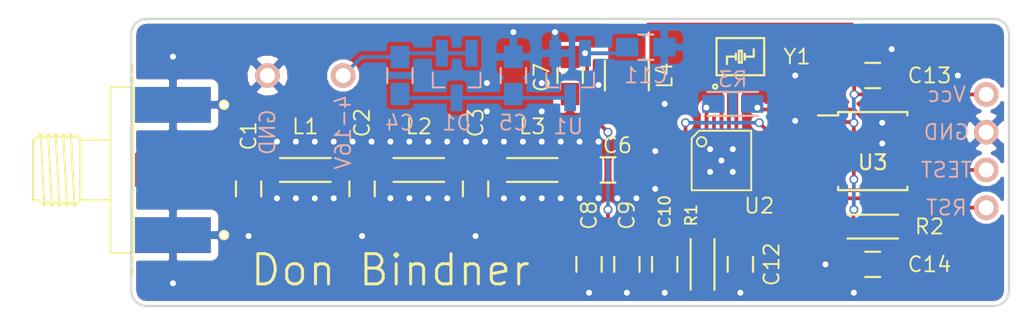
<source format=kicad_pcb>
(kicad_pcb (version 4) (host pcbnew 0.201511192131+6326~38~ubuntu14.04.1-stable)

  (general
    (links 68)
    (no_connects 0)
    (area 78.2733 95.25 147.320001 116.840001)
    (thickness 1.6)
    (drawings 10)
    (tracks 293)
    (zones 0)
    (modules 33)
    (nets 31)
  )

  (page A4)
  (layers
    (0 F.Cu signal)
    (31 B.Cu signal)
    (32 B.Adhes user hide)
    (33 F.Adhes user hide)
    (34 B.Paste user)
    (35 F.Paste user)
    (36 B.SilkS user)
    (37 F.SilkS user)
    (38 B.Mask user)
    (39 F.Mask user)
    (40 Dwgs.User user)
    (41 Cmts.User user hide)
    (42 Eco1.User user hide)
    (43 Eco2.User user hide)
    (44 Edge.Cuts user)
    (45 Margin user hide)
    (46 B.CrtYd user)
    (47 F.CrtYd user)
    (48 B.Fab user)
    (49 F.Fab user)
  )

  (setup
    (last_trace_width 0.25)
    (trace_clearance 0.2)
    (zone_clearance 0.254)
    (zone_45_only yes)
    (trace_min 0.2)
    (segment_width 0.2)
    (edge_width 0.15)
    (via_size 0.6)
    (via_drill 0.4)
    (via_min_size 0.4)
    (via_min_drill 0.3)
    (uvia_size 0.3)
    (uvia_drill 0.1)
    (uvias_allowed no)
    (uvia_min_size 0)
    (uvia_min_drill 0)
    (pcb_text_width 0.3)
    (pcb_text_size 1.5 1.5)
    (mod_edge_width 0.15)
    (mod_text_size 1 1)
    (mod_text_width 0.15)
    (pad_size 1.524 1.524)
    (pad_drill 0.762)
    (pad_to_mask_clearance 0.2)
    (aux_axis_origin 0 0)
    (visible_elements 7FFFFFFF)
    (pcbplotparams
      (layerselection 0x010fc_80000001)
      (usegerberextensions true)
      (excludeedgelayer true)
      (linewidth 0.127000)
      (plotframeref false)
      (viasonmask false)
      (mode 1)
      (useauxorigin false)
      (hpglpennumber 1)
      (hpglpenspeed 20)
      (hpglpendiameter 15)
      (hpglpenoverlay 2)
      (psnegative false)
      (psa4output false)
      (plotreference true)
      (plotvalue true)
      (plotinvisibletext false)
      (padsonsilk false)
      (subtractmaskfromsilk false)
      (outputformat 1)
      (mirror false)
      (drillshape 0)
      (scaleselection 1)
      (outputdirectory gerbers))
  )

  (net 0 "")
  (net 1 GND)
  (net 2 "Net-(C1-Pad2)")
  (net 3 "Net-(C2-Pad2)")
  (net 4 "Net-(C3-Pad2)")
  (net 5 +9V)
  (net 6 "Net-(C4-Pad2)")
  (net 7 "Net-(C6-Pad1)")
  (net 8 "Net-(C6-Pad2)")
  (net 9 +3V3)
  (net 10 "Net-(C12-Pad1)")
  (net 11 rst)
  (net 12 test)
  (net 13 "Net-(U2-Pad15)")
  (net 14 shutdown)
  (net 15 "Net-(U2-Pad2)")
  (net 16 "Net-(U2-Pad3)")
  (net 17 "Net-(U2-Pad5)")
  (net 18 "Net-(U2-Pad11)")
  (net 19 "Net-(U2-Pad12)")
  (net 20 "Net-(U2-Pad13)")
  (net 21 "Net-(U2-Pad14)")
  (net 22 gpio1)
  (net 23 "Net-(U2-Pad7)")
  (net 24 gpio0)
  (net 25 "Net-(U2-Pad16)")
  (net 26 "Net-(U2-Pad17)")
  (net 27 "Net-(U3-Pad12)")
  (net 28 "Net-(U2-Pad19)")
  (net 29 gpio3)
  (net 30 "Net-(R3-Pad2)")

  (net_class Default "This is the default net class."
    (clearance 0.2)
    (trace_width 0.25)
    (via_dia 0.6)
    (via_drill 0.4)
    (uvia_dia 0.3)
    (uvia_drill 0.1)
    (add_net +3V3)
    (add_net +9V)
    (add_net GND)
    (add_net "Net-(C12-Pad1)")
    (add_net "Net-(C4-Pad2)")
    (add_net "Net-(R3-Pad2)")
    (add_net "Net-(U2-Pad11)")
    (add_net "Net-(U2-Pad12)")
    (add_net "Net-(U2-Pad13)")
    (add_net "Net-(U2-Pad14)")
    (add_net "Net-(U2-Pad15)")
    (add_net "Net-(U2-Pad16)")
    (add_net "Net-(U2-Pad17)")
    (add_net "Net-(U2-Pad19)")
    (add_net "Net-(U2-Pad2)")
    (add_net "Net-(U2-Pad3)")
    (add_net "Net-(U2-Pad5)")
    (add_net "Net-(U2-Pad7)")
    (add_net "Net-(U3-Pad12)")
    (add_net gpio0)
    (add_net gpio1)
    (add_net gpio3)
    (add_net rst)
    (add_net shutdown)
    (add_net test)
  )

  (net_class 50ohm ""
    (clearance 0.1524)
    (trace_width 0.7874)
    (via_dia 0.6)
    (via_drill 0.4)
    (uvia_dia 0.3)
    (uvia_drill 0.1)
    (add_net "Net-(C1-Pad2)")
    (add_net "Net-(C2-Pad2)")
    (add_net "Net-(C3-Pad2)")
    (add_net "Net-(C6-Pad1)")
    (add_net "Net-(C6-Pad2)")
  )

  (module DonB:SOT23_Handsoldering (layer B.Cu) (tedit 565154B9) (tstamp 564DC884)
    (at 109.22 100.33)
    (descr "Diode, SOT23, Handsoldering, RevA, 03Aug2010,")
    (tags "Diode, SOT23, Handsoldering, RevA, 03Aug2010,")
    (path /564D6C77)
    (attr smd)
    (fp_text reference D1 (at 0 3.175) (layer B.SilkS)
      (effects (font (size 1.016 1.016) (thickness 0.127)) (justify mirror))
    )
    (fp_text value PMEG2010 (at 0 -3.81) (layer B.SilkS) hide
      (effects (font (size 1.016 1.016) (thickness 0.127)) (justify mirror))
    )
    (fp_line (start -1.6 0.8) (end -1.6 -0.2) (layer B.SilkS) (width 0.127))
    (fp_line (start 1.6 0.8) (end 1.6 -0.2) (layer B.SilkS) (width 0.127))
    (fp_line (start 0.8 0.8) (end 1.6 0.8) (layer B.SilkS) (width 0.127))
    (fp_line (start -0.8 0.8) (end -1.6 0.8) (layer B.SilkS) (width 0.127))
    (pad 1 smd rect (at -1 -1.50114) (size 0.8001 1.80086) (layers B.Cu B.Paste B.Mask)
      (net 5 +9V))
    (pad 2 smd rect (at 1 -1.50114) (size 0.8001 1.80086) (layers B.Cu B.Paste B.Mask)
      (net 5 +9V))
    (pad 3 smd rect (at 0 1.50114) (size 0.8001 1.80086) (layers B.Cu B.Paste B.Mask)
      (net 6 "Net-(C4-Pad2)"))
  )

  (module DonB:C_0805_HandSoldering (layer F.Cu) (tedit 564DDF44) (tstamp 564DC82F)
    (at 95.25 107.95 90)
    (descr "Capacitor SMD 0805, hand soldering")
    (tags "capacitor 0805")
    (path /564D515D)
    (attr smd)
    (fp_text reference C1 (at 3.556 0 90) (layer F.SilkS)
      (effects (font (size 1.016 1.016) (thickness 0.127)))
    )
    (fp_text value 22pF (at 0 0 90) (layer F.SilkS) hide
      (effects (font (size 1.016 1.016) (thickness 0.127)))
    )
    (fp_line (start -2.3 -1) (end 2.3 -1) (layer F.CrtYd) (width 0.05))
    (fp_line (start -2.3 1) (end 2.3 1) (layer F.CrtYd) (width 0.05))
    (fp_line (start -2.3 -1) (end -2.3 1) (layer F.CrtYd) (width 0.05))
    (fp_line (start 2.3 -1) (end 2.3 1) (layer F.CrtYd) (width 0.05))
    (fp_line (start 0.5 -0.85) (end -0.5 -0.85) (layer F.SilkS) (width 0.15))
    (fp_line (start -0.5 0.85) (end 0.5 0.85) (layer F.SilkS) (width 0.15))
    (pad 1 smd rect (at -1.25 0 90) (size 1.5 1.25) (layers F.Cu F.Paste F.Mask)
      (net 1 GND))
    (pad 2 smd rect (at 1.25 0 90) (size 1.5 1.25) (layers F.Cu F.Paste F.Mask)
      (net 2 "Net-(C1-Pad2)"))
    (model Capacitors_SMD.3dshapes/C_0805_HandSoldering.wrl
      (at (xyz 0 0 0))
      (scale (xyz 1 1 1))
      (rotate (xyz 0 0 0))
    )
  )

  (module DonB:C_0805_HandSoldering (layer F.Cu) (tedit 564EB722) (tstamp 564DC835)
    (at 102.87 107.95 90)
    (descr "Capacitor SMD 0805, hand soldering")
    (tags "capacitor 0805")
    (path /564D4F39)
    (attr smd)
    (fp_text reference C2 (at 4.445 0 90) (layer F.SilkS)
      (effects (font (size 1.016 1.016) (thickness 0.127)))
    )
    (fp_text value 39pF (at 0 0 90) (layer F.SilkS) hide
      (effects (font (size 1.016 1.016) (thickness 0.127)))
    )
    (fp_line (start -2.3 -1) (end 2.3 -1) (layer F.CrtYd) (width 0.05))
    (fp_line (start -2.3 1) (end 2.3 1) (layer F.CrtYd) (width 0.05))
    (fp_line (start -2.3 -1) (end -2.3 1) (layer F.CrtYd) (width 0.05))
    (fp_line (start 2.3 -1) (end 2.3 1) (layer F.CrtYd) (width 0.05))
    (fp_line (start 0.5 -0.85) (end -0.5 -0.85) (layer F.SilkS) (width 0.15))
    (fp_line (start -0.5 0.85) (end 0.5 0.85) (layer F.SilkS) (width 0.15))
    (pad 1 smd rect (at -1.25 0 90) (size 1.5 1.25) (layers F.Cu F.Paste F.Mask)
      (net 1 GND))
    (pad 2 smd rect (at 1.25 0 90) (size 1.5 1.25) (layers F.Cu F.Paste F.Mask)
      (net 3 "Net-(C2-Pad2)"))
    (model Capacitors_SMD.3dshapes/C_0805_HandSoldering.wrl
      (at (xyz 0 0 0))
      (scale (xyz 1 1 1))
      (rotate (xyz 0 0 0))
    )
  )

  (module DonB:C_0805_HandSoldering (layer F.Cu) (tedit 564EB780) (tstamp 564DC83B)
    (at 110.49 107.95 90)
    (descr "Capacitor SMD 0805, hand soldering")
    (tags "capacitor 0805")
    (path /564D4DB6)
    (attr smd)
    (fp_text reference C3 (at 4.445 0 90) (layer F.SilkS)
      (effects (font (size 1.016 1.016) (thickness 0.127)))
    )
    (fp_text value 22pF (at 0 0 90) (layer F.SilkS) hide
      (effects (font (size 1.016 1.016) (thickness 0.127)))
    )
    (fp_line (start -2.3 -1) (end 2.3 -1) (layer F.CrtYd) (width 0.05))
    (fp_line (start -2.3 1) (end 2.3 1) (layer F.CrtYd) (width 0.05))
    (fp_line (start -2.3 -1) (end -2.3 1) (layer F.CrtYd) (width 0.05))
    (fp_line (start 2.3 -1) (end 2.3 1) (layer F.CrtYd) (width 0.05))
    (fp_line (start 0.5 -0.85) (end -0.5 -0.85) (layer F.SilkS) (width 0.15))
    (fp_line (start -0.5 0.85) (end 0.5 0.85) (layer F.SilkS) (width 0.15))
    (pad 1 smd rect (at -1.25 0 90) (size 1.5 1.25) (layers F.Cu F.Paste F.Mask)
      (net 1 GND))
    (pad 2 smd rect (at 1.25 0 90) (size 1.5 1.25) (layers F.Cu F.Paste F.Mask)
      (net 4 "Net-(C3-Pad2)"))
    (model Capacitors_SMD.3dshapes/C_0805_HandSoldering.wrl
      (at (xyz 0 0 0))
      (scale (xyz 1 1 1))
      (rotate (xyz 0 0 0))
    )
  )

  (module DonB:C_0805_HandSoldering (layer B.Cu) (tedit 565154AF) (tstamp 564DC841)
    (at 105.41 100.33 270)
    (descr "Capacitor SMD 0805, hand soldering")
    (tags "capacitor 0805")
    (path /564D6F60)
    (attr smd)
    (fp_text reference C4 (at 3.175 0 360) (layer B.SilkS)
      (effects (font (size 1.016 1.016) (thickness 0.127)) (justify mirror))
    )
    (fp_text value 10nF (at 0 0 270) (layer B.SilkS) hide
      (effects (font (size 1.016 1.016) (thickness 0.127)) (justify mirror))
    )
    (fp_line (start -2.3 1) (end 2.3 1) (layer B.CrtYd) (width 0.05))
    (fp_line (start -2.3 -1) (end 2.3 -1) (layer B.CrtYd) (width 0.05))
    (fp_line (start -2.3 1) (end -2.3 -1) (layer B.CrtYd) (width 0.05))
    (fp_line (start 2.3 1) (end 2.3 -1) (layer B.CrtYd) (width 0.05))
    (fp_line (start 0.5 0.85) (end -0.5 0.85) (layer B.SilkS) (width 0.15))
    (fp_line (start -0.5 -0.85) (end 0.5 -0.85) (layer B.SilkS) (width 0.15))
    (pad 1 smd rect (at -1.25 0 270) (size 1.5 1.25) (layers B.Cu B.Paste B.Mask)
      (net 5 +9V))
    (pad 2 smd rect (at 1.25 0 270) (size 1.5 1.25) (layers B.Cu B.Paste B.Mask)
      (net 6 "Net-(C4-Pad2)"))
    (model Capacitors_SMD.3dshapes/C_0805_HandSoldering.wrl
      (at (xyz 0 0 0))
      (scale (xyz 1 1 1))
      (rotate (xyz 0 0 0))
    )
  )

  (module DonB:C_0805_HandSoldering (layer B.Cu) (tedit 5651574A) (tstamp 564DC847)
    (at 113.03 100.33 90)
    (descr "Capacitor SMD 0805, hand soldering")
    (tags "capacitor 0805")
    (path /564D71B5)
    (attr smd)
    (fp_text reference C5 (at -3.175 0 180) (layer B.SilkS)
      (effects (font (size 1.016 1.016) (thickness 0.127)) (justify mirror))
    )
    (fp_text value 1uF (at 0 0 90) (layer B.SilkS) hide
      (effects (font (size 1.016 1.016) (thickness 0.127)) (justify mirror))
    )
    (fp_line (start -2.3 1) (end 2.3 1) (layer B.CrtYd) (width 0.05))
    (fp_line (start -2.3 -1) (end 2.3 -1) (layer B.CrtYd) (width 0.05))
    (fp_line (start -2.3 1) (end -2.3 -1) (layer B.CrtYd) (width 0.05))
    (fp_line (start 2.3 1) (end 2.3 -1) (layer B.CrtYd) (width 0.05))
    (fp_line (start 0.5 0.85) (end -0.5 0.85) (layer B.SilkS) (width 0.15))
    (fp_line (start -0.5 -0.85) (end 0.5 -0.85) (layer B.SilkS) (width 0.15))
    (pad 1 smd rect (at -1.25 0 90) (size 1.5 1.25) (layers B.Cu B.Paste B.Mask)
      (net 6 "Net-(C4-Pad2)"))
    (pad 2 smd rect (at 1.25 0 90) (size 1.5 1.25) (layers B.Cu B.Paste B.Mask)
      (net 1 GND))
    (model Capacitors_SMD.3dshapes/C_0805_HandSoldering.wrl
      (at (xyz 0 0 0))
      (scale (xyz 1 1 1))
      (rotate (xyz 0 0 0))
    )
  )

  (module DonB:C_0805_HandSoldering (layer F.Cu) (tedit 564EB759) (tstamp 564DC84D)
    (at 119.38 106.68 180)
    (descr "Capacitor SMD 0805, hand soldering")
    (tags "capacitor 0805")
    (path /564D4ACE)
    (attr smd)
    (fp_text reference C6 (at -0.635 1.651 180) (layer F.SilkS)
      (effects (font (size 1.016 1.016) (thickness 0.127)))
    )
    (fp_text value 12pF (at 0 0 180) (layer F.SilkS) hide
      (effects (font (size 1.016 1.016) (thickness 0.127)))
    )
    (fp_line (start -2.3 -1) (end 2.3 -1) (layer F.CrtYd) (width 0.05))
    (fp_line (start -2.3 1) (end 2.3 1) (layer F.CrtYd) (width 0.05))
    (fp_line (start -2.3 -1) (end -2.3 1) (layer F.CrtYd) (width 0.05))
    (fp_line (start 2.3 -1) (end 2.3 1) (layer F.CrtYd) (width 0.05))
    (fp_line (start 0.5 -0.85) (end -0.5 -0.85) (layer F.SilkS) (width 0.15))
    (fp_line (start -0.5 0.85) (end 0.5 0.85) (layer F.SilkS) (width 0.15))
    (pad 1 smd rect (at -1.25 0 180) (size 1.5 1.25) (layers F.Cu F.Paste F.Mask)
      (net 7 "Net-(C6-Pad1)"))
    (pad 2 smd rect (at 1.25 0 180) (size 1.5 1.25) (layers F.Cu F.Paste F.Mask)
      (net 8 "Net-(C6-Pad2)"))
    (model Capacitors_SMD.3dshapes/C_0805_HandSoldering.wrl
      (at (xyz 0 0 0))
      (scale (xyz 1 1 1))
      (rotate (xyz 0 0 0))
    )
  )

  (module DonB:C_0805_HandSoldering (layer F.Cu) (tedit 5651581F) (tstamp 564DC853)
    (at 116.84 100.33 270)
    (descr "Capacitor SMD 0805, hand soldering")
    (tags "capacitor 0805")
    (path /564D4C58)
    (attr smd)
    (fp_text reference C7 (at 0.127 1.905 270) (layer F.SilkS)
      (effects (font (size 1.016 1.016) (thickness 0.127)))
    )
    (fp_text value 0.1uF (at 0 0 270) (layer F.SilkS) hide
      (effects (font (size 1.016 1.016) (thickness 0.127)))
    )
    (fp_line (start -2.3 -1) (end 2.3 -1) (layer F.CrtYd) (width 0.05))
    (fp_line (start -2.3 1) (end 2.3 1) (layer F.CrtYd) (width 0.05))
    (fp_line (start -2.3 -1) (end -2.3 1) (layer F.CrtYd) (width 0.05))
    (fp_line (start 2.3 -1) (end 2.3 1) (layer F.CrtYd) (width 0.05))
    (fp_line (start 0.5 -0.85) (end -0.5 -0.85) (layer F.SilkS) (width 0.15))
    (fp_line (start -0.5 0.85) (end 0.5 0.85) (layer F.SilkS) (width 0.15))
    (pad 1 smd rect (at -1.25 0 270) (size 1.5 1.25) (layers F.Cu F.Paste F.Mask)
      (net 9 +3V3))
    (pad 2 smd rect (at 1.25 0 270) (size 1.5 1.25) (layers F.Cu F.Paste F.Mask)
      (net 1 GND))
    (model Capacitors_SMD.3dshapes/C_0805_HandSoldering.wrl
      (at (xyz 0 0 0))
      (scale (xyz 1 1 1))
      (rotate (xyz 0 0 0))
    )
  )

  (module DonB:C_0805_HandSoldering (layer F.Cu) (tedit 564EB760) (tstamp 564DC859)
    (at 118.11 113.03 270)
    (descr "Capacitor SMD 0805, hand soldering")
    (tags "capacitor 0805")
    (path /564D89E4)
    (attr smd)
    (fp_text reference C8 (at -3.302 0 270) (layer F.SilkS)
      (effects (font (size 1.016 1.016) (thickness 0.127)))
    )
    (fp_text value 0.1uF (at 0 0 270) (layer F.SilkS) hide
      (effects (font (size 1.016 1.016) (thickness 0.127)))
    )
    (fp_line (start -2.3 -1) (end 2.3 -1) (layer F.CrtYd) (width 0.05))
    (fp_line (start -2.3 1) (end 2.3 1) (layer F.CrtYd) (width 0.05))
    (fp_line (start -2.3 -1) (end -2.3 1) (layer F.CrtYd) (width 0.05))
    (fp_line (start 2.3 -1) (end 2.3 1) (layer F.CrtYd) (width 0.05))
    (fp_line (start 0.5 -0.85) (end -0.5 -0.85) (layer F.SilkS) (width 0.15))
    (fp_line (start -0.5 0.85) (end 0.5 0.85) (layer F.SilkS) (width 0.15))
    (pad 1 smd rect (at -1.25 0 270) (size 1.5 1.25) (layers F.Cu F.Paste F.Mask)
      (net 9 +3V3))
    (pad 2 smd rect (at 1.25 0 270) (size 1.5 1.25) (layers F.Cu F.Paste F.Mask)
      (net 1 GND))
    (model Capacitors_SMD.3dshapes/C_0805_HandSoldering.wrl
      (at (xyz 0 0 0))
      (scale (xyz 1 1 1))
      (rotate (xyz 0 0 0))
    )
  )

  (module DonB:C_0805_HandSoldering (layer F.Cu) (tedit 564EB762) (tstamp 564DC85F)
    (at 120.65 113.03 270)
    (descr "Capacitor SMD 0805, hand soldering")
    (tags "capacitor 0805")
    (path /564D87EA)
    (attr smd)
    (fp_text reference C9 (at -3.302 0 270) (layer F.SilkS)
      (effects (font (size 1.016 1.016) (thickness 0.127)))
    )
    (fp_text value 1nF (at 0 0 270) (layer F.SilkS) hide
      (effects (font (size 1.016 1.016) (thickness 0.127)))
    )
    (fp_line (start -2.3 -1) (end 2.3 -1) (layer F.CrtYd) (width 0.05))
    (fp_line (start -2.3 1) (end 2.3 1) (layer F.CrtYd) (width 0.05))
    (fp_line (start -2.3 -1) (end -2.3 1) (layer F.CrtYd) (width 0.05))
    (fp_line (start 2.3 -1) (end 2.3 1) (layer F.CrtYd) (width 0.05))
    (fp_line (start 0.5 -0.85) (end -0.5 -0.85) (layer F.SilkS) (width 0.15))
    (fp_line (start -0.5 0.85) (end 0.5 0.85) (layer F.SilkS) (width 0.15))
    (pad 1 smd rect (at -1.25 0 270) (size 1.5 1.25) (layers F.Cu F.Paste F.Mask)
      (net 9 +3V3))
    (pad 2 smd rect (at 1.25 0 270) (size 1.5 1.25) (layers F.Cu F.Paste F.Mask)
      (net 1 GND))
    (model Capacitors_SMD.3dshapes/C_0805_HandSoldering.wrl
      (at (xyz 0 0 0))
      (scale (xyz 1 1 1))
      (rotate (xyz 0 0 0))
    )
  )

  (module DonB:C_0805_HandSoldering (layer F.Cu) (tedit 564EB765) (tstamp 564DC865)
    (at 123.19 113.03 270)
    (descr "Capacitor SMD 0805, hand soldering")
    (tags "capacitor 0805")
    (path /564D8A59)
    (attr smd)
    (fp_text reference C10 (at -3.556 0 270) (layer F.SilkS)
      (effects (font (size 0.762 0.762) (thickness 0.127)))
    )
    (fp_text value 100pF (at 0 0 270) (layer F.SilkS) hide
      (effects (font (size 1.016 1.016) (thickness 0.127)))
    )
    (fp_line (start -2.3 -1) (end 2.3 -1) (layer F.CrtYd) (width 0.05))
    (fp_line (start -2.3 1) (end 2.3 1) (layer F.CrtYd) (width 0.05))
    (fp_line (start -2.3 -1) (end -2.3 1) (layer F.CrtYd) (width 0.05))
    (fp_line (start 2.3 -1) (end 2.3 1) (layer F.CrtYd) (width 0.05))
    (fp_line (start 0.5 -0.85) (end -0.5 -0.85) (layer F.SilkS) (width 0.15))
    (fp_line (start -0.5 0.85) (end 0.5 0.85) (layer F.SilkS) (width 0.15))
    (pad 1 smd rect (at -1.25 0 270) (size 1.5 1.25) (layers F.Cu F.Paste F.Mask)
      (net 9 +3V3))
    (pad 2 smd rect (at 1.25 0 270) (size 1.5 1.25) (layers F.Cu F.Paste F.Mask)
      (net 1 GND))
    (model Capacitors_SMD.3dshapes/C_0805_HandSoldering.wrl
      (at (xyz 0 0 0))
      (scale (xyz 1 1 1))
      (rotate (xyz 0 0 0))
    )
  )

  (module DonB:C_0805_HandSoldering (layer B.Cu) (tedit 56515E58) (tstamp 564DC86B)
    (at 121.92 98.425)
    (descr "Capacitor SMD 0805, hand soldering")
    (tags "capacitor 0805")
    (path /564D72A2)
    (attr smd)
    (fp_text reference C11 (at 0 1.905 180) (layer B.SilkS)
      (effects (font (size 1.016 1.016) (thickness 0.127)) (justify mirror))
    )
    (fp_text value 1uF (at -0.127 0.127) (layer B.SilkS) hide
      (effects (font (size 1.016 1.016) (thickness 0.127)) (justify mirror))
    )
    (fp_line (start -2.3 1) (end 2.3 1) (layer B.CrtYd) (width 0.05))
    (fp_line (start -2.3 -1) (end 2.3 -1) (layer B.CrtYd) (width 0.05))
    (fp_line (start -2.3 1) (end -2.3 -1) (layer B.CrtYd) (width 0.05))
    (fp_line (start 2.3 1) (end 2.3 -1) (layer B.CrtYd) (width 0.05))
    (fp_line (start 0.5 0.85) (end -0.5 0.85) (layer B.SilkS) (width 0.15))
    (fp_line (start -0.5 -0.85) (end 0.5 -0.85) (layer B.SilkS) (width 0.15))
    (pad 1 smd rect (at -1.25 0) (size 1.5 1.25) (layers B.Cu B.Paste B.Mask)
      (net 9 +3V3))
    (pad 2 smd rect (at 1.25 0) (size 1.5 1.25) (layers B.Cu B.Paste B.Mask)
      (net 1 GND))
    (model Capacitors_SMD.3dshapes/C_0805_HandSoldering.wrl
      (at (xyz 0 0 0))
      (scale (xyz 1 1 1))
      (rotate (xyz 0 0 0))
    )
  )

  (module DonB:C_0805_HandSoldering (layer F.Cu) (tedit 564DDC38) (tstamp 564DC871)
    (at 128.27 113.03 270)
    (descr "Capacitor SMD 0805, hand soldering")
    (tags "capacitor 0805")
    (path /564D82D8)
    (attr smd)
    (fp_text reference C12 (at 0 -2.1 270) (layer F.SilkS)
      (effects (font (size 1.016 1.016) (thickness 0.127)))
    )
    (fp_text value 0.1uF (at 0 0 270) (layer F.SilkS) hide
      (effects (font (size 1.016 1.016) (thickness 0.127)))
    )
    (fp_line (start -2.3 -1) (end 2.3 -1) (layer F.CrtYd) (width 0.05))
    (fp_line (start -2.3 1) (end 2.3 1) (layer F.CrtYd) (width 0.05))
    (fp_line (start -2.3 -1) (end -2.3 1) (layer F.CrtYd) (width 0.05))
    (fp_line (start 2.3 -1) (end 2.3 1) (layer F.CrtYd) (width 0.05))
    (fp_line (start 0.5 -0.85) (end -0.5 -0.85) (layer F.SilkS) (width 0.15))
    (fp_line (start -0.5 0.85) (end 0.5 0.85) (layer F.SilkS) (width 0.15))
    (pad 1 smd rect (at -1.25 0 270) (size 1.5 1.25) (layers F.Cu F.Paste F.Mask)
      (net 10 "Net-(C12-Pad1)"))
    (pad 2 smd rect (at 1.25 0 270) (size 1.5 1.25) (layers F.Cu F.Paste F.Mask)
      (net 1 GND))
    (model Capacitors_SMD.3dshapes/C_0805_HandSoldering.wrl
      (at (xyz 0 0 0))
      (scale (xyz 1 1 1))
      (rotate (xyz 0 0 0))
    )
  )

  (module DonB:C_0805_HandSoldering (layer F.Cu) (tedit 564DCB9F) (tstamp 564DC877)
    (at 137.16 100.33 180)
    (descr "Capacitor SMD 0805, hand soldering")
    (tags "capacitor 0805")
    (path /564D291F)
    (attr smd)
    (fp_text reference C13 (at -3.81 0 180) (layer F.SilkS)
      (effects (font (size 1.016 1.016) (thickness 0.127)))
    )
    (fp_text value 0.1uF (at 0 0 180) (layer F.SilkS) hide
      (effects (font (size 1.016 1.016) (thickness 0.127)))
    )
    (fp_line (start -2.3 -1) (end 2.3 -1) (layer F.CrtYd) (width 0.05))
    (fp_line (start -2.3 1) (end 2.3 1) (layer F.CrtYd) (width 0.05))
    (fp_line (start -2.3 -1) (end -2.3 1) (layer F.CrtYd) (width 0.05))
    (fp_line (start 2.3 -1) (end 2.3 1) (layer F.CrtYd) (width 0.05))
    (fp_line (start 0.5 -0.85) (end -0.5 -0.85) (layer F.SilkS) (width 0.15))
    (fp_line (start -0.5 0.85) (end 0.5 0.85) (layer F.SilkS) (width 0.15))
    (pad 1 smd rect (at -1.25 0 180) (size 1.5 1.25) (layers F.Cu F.Paste F.Mask)
      (net 1 GND))
    (pad 2 smd rect (at 1.25 0 180) (size 1.5 1.25) (layers F.Cu F.Paste F.Mask)
      (net 9 +3V3))
    (model Capacitors_SMD.3dshapes/C_0805_HandSoldering.wrl
      (at (xyz 0 0 0))
      (scale (xyz 1 1 1))
      (rotate (xyz 0 0 0))
    )
  )

  (module DonB:C_0805_HandSoldering (layer F.Cu) (tedit 564DDC41) (tstamp 564DC87D)
    (at 137.16 113.03)
    (descr "Capacitor SMD 0805, hand soldering")
    (tags "capacitor 0805")
    (path /564D23E0)
    (attr smd)
    (fp_text reference C14 (at 3.81 0) (layer F.SilkS)
      (effects (font (size 1.016 1.016) (thickness 0.127)))
    )
    (fp_text value 1nF (at 0 0) (layer F.SilkS) hide
      (effects (font (size 1.016 1.016) (thickness 0.127)))
    )
    (fp_line (start -2.3 -1) (end 2.3 -1) (layer F.CrtYd) (width 0.05))
    (fp_line (start -2.3 1) (end 2.3 1) (layer F.CrtYd) (width 0.05))
    (fp_line (start -2.3 -1) (end -2.3 1) (layer F.CrtYd) (width 0.05))
    (fp_line (start 2.3 -1) (end 2.3 1) (layer F.CrtYd) (width 0.05))
    (fp_line (start 0.5 -0.85) (end -0.5 -0.85) (layer F.SilkS) (width 0.15))
    (fp_line (start -0.5 0.85) (end 0.5 0.85) (layer F.SilkS) (width 0.15))
    (pad 1 smd rect (at -1.25 0) (size 1.5 1.25) (layers F.Cu F.Paste F.Mask)
      (net 1 GND))
    (pad 2 smd rect (at 1.25 0) (size 1.5 1.25) (layers F.Cu F.Paste F.Mask)
      (net 11 rst))
    (model Capacitors_SMD.3dshapes/C_0805_HandSoldering.wrl
      (at (xyz 0 0 0))
      (scale (xyz 1 1 1))
      (rotate (xyz 0 0 0))
    )
  )

  (module DonB:R_0805_HandSoldering (layer F.Cu) (tedit 564EB748) (tstamp 564DC88A)
    (at 99.06 106.68 180)
    (descr "Resistor, SMD, 0805, Hand soldering,")
    (tags "Resistor, SMD, 0805, Hand soldering,")
    (path /564D51E7)
    (attr smd)
    (fp_text reference L1 (at 0 2.921 180) (layer F.SilkS)
      (effects (font (size 1.016 1.016) (thickness 0.127)))
    )
    (fp_text value 68nH (at 0 0 180) (layer F.SilkS) hide
      (effects (font (size 1.016 1.016) (thickness 0.127)))
    )
    (fp_line (start -1.7 0.8) (end 1.7 0.8) (layer F.SilkS) (width 0.15))
    (fp_line (start -1.7 -0.8) (end 1.7 -0.8) (layer F.SilkS) (width 0.15))
    (fp_circle (center 0 0) (end 0.15 0) (layer F.Adhes) (width 0.3))
    (pad 1 smd rect (at -1.30048 0 180) (size 1.50114 1.19888) (layers F.Cu F.Paste F.Mask)
      (net 3 "Net-(C2-Pad2)"))
    (pad 2 smd rect (at 1.30048 0 180) (size 1.50114 1.19888) (layers F.Cu F.Paste F.Mask)
      (net 2 "Net-(C1-Pad2)"))
    (model smd/resistors/R0805/R0805.wrl
      (at (xyz 0 0 0))
      (scale (xyz 0.4 0.4 0.4))
      (rotate (xyz 0 0 0))
    )
  )

  (module DonB:R_0805_HandSoldering (layer F.Cu) (tedit 56512D3E) (tstamp 564DC890)
    (at 106.68 106.68 180)
    (descr "Resistor, SMD, 0805, Hand soldering,")
    (tags "Resistor, SMD, 0805, Hand soldering,")
    (path /564D4E62)
    (attr smd)
    (fp_text reference L2 (at 0 2.921 180) (layer F.SilkS)
      (effects (font (size 1.016 1.016) (thickness 0.127)))
    )
    (fp_text value 68nH (at 0 0 180) (layer F.SilkS) hide
      (effects (font (size 1.016 1.016) (thickness 0.127)))
    )
    (fp_line (start -1.7 0.8) (end 1.7 0.8) (layer F.SilkS) (width 0.15))
    (fp_line (start -1.7 -0.8) (end 1.7 -0.8) (layer F.SilkS) (width 0.15))
    (fp_circle (center 0 0) (end 0.15 0) (layer F.Adhes) (width 0.3))
    (pad 1 smd rect (at -1.30048 0 180) (size 1.50114 1.19888) (layers F.Cu F.Paste F.Mask)
      (net 4 "Net-(C3-Pad2)"))
    (pad 2 smd rect (at 1.30048 0 180) (size 1.50114 1.19888) (layers F.Cu F.Paste F.Mask)
      (net 3 "Net-(C2-Pad2)"))
    (model smd/resistors/R0805/R0805.wrl
      (at (xyz 0 0 0))
      (scale (xyz 0.4 0.4 0.4))
      (rotate (xyz 0 0 0))
    )
  )

  (module DonB:R_0805_HandSoldering (layer F.Cu) (tedit 56512D52) (tstamp 564DC896)
    (at 114.3 106.68 180)
    (descr "Resistor, SMD, 0805, Hand soldering,")
    (tags "Resistor, SMD, 0805, Hand soldering,")
    (path /564D4AFB)
    (attr smd)
    (fp_text reference L3 (at 0 2.921 180) (layer F.SilkS)
      (effects (font (size 1.016 1.016) (thickness 0.127)))
    )
    (fp_text value 100nH (at 0 0 180) (layer F.SilkS) hide
      (effects (font (size 1.016 1.016) (thickness 0.127)))
    )
    (fp_line (start -1.7 0.8) (end 1.7 0.8) (layer F.SilkS) (width 0.15))
    (fp_line (start -1.7 -0.8) (end 1.7 -0.8) (layer F.SilkS) (width 0.15))
    (fp_circle (center 0 0) (end 0.15 0) (layer F.Adhes) (width 0.3))
    (pad 1 smd rect (at -1.30048 0 180) (size 1.50114 1.19888) (layers F.Cu F.Paste F.Mask)
      (net 8 "Net-(C6-Pad2)"))
    (pad 2 smd rect (at 1.30048 0 180) (size 1.50114 1.19888) (layers F.Cu F.Paste F.Mask)
      (net 4 "Net-(C3-Pad2)"))
    (model smd/resistors/R0805/R0805.wrl
      (at (xyz 0 0 0))
      (scale (xyz 0.4 0.4 0.4))
      (rotate (xyz 0 0 0))
    )
  )

  (module DonB:R_1210_HandSoldering (layer F.Cu) (tedit 564DDBD7) (tstamp 564DC89C)
    (at 120.65 100.33 90)
    (descr "Resistor SMD 1210, hand soldering")
    (tags "resistor 1210")
    (path /564D4BFD)
    (attr smd)
    (fp_text reference L4 (at 0 2.54 90) (layer F.SilkS)
      (effects (font (size 1.016 1.016) (thickness 0.127)))
    )
    (fp_text value 1uH (at 0 0 90) (layer F.SilkS) hide
      (effects (font (size 1.016 1.016) (thickness 0.127)))
    )
    (fp_line (start -3.3 -1.6) (end 3.3 -1.6) (layer F.CrtYd) (width 0.05))
    (fp_line (start -3.3 1.6) (end 3.3 1.6) (layer F.CrtYd) (width 0.05))
    (fp_line (start -3.3 -1.6) (end -3.3 1.6) (layer F.CrtYd) (width 0.05))
    (fp_line (start 3.3 -1.6) (end 3.3 1.6) (layer F.CrtYd) (width 0.05))
    (fp_line (start 1 1.475) (end -1 1.475) (layer F.SilkS) (width 0.15))
    (fp_line (start -1 -1.475) (end 1 -1.475) (layer F.SilkS) (width 0.15))
    (pad 1 smd rect (at -2 0 90) (size 2 2.5) (layers F.Cu F.Paste F.Mask)
      (net 7 "Net-(C6-Pad1)"))
    (pad 2 smd rect (at 2 0 90) (size 2 2.5) (layers F.Cu F.Paste F.Mask)
      (net 9 +3V3))
    (model Resistors_SMD.3dshapes/R_1210_HandSoldering.wrl
      (at (xyz 0 0 0))
      (scale (xyz 1 1 1))
      (rotate (xyz 0 0 0))
    )
  )

  (module DonB:SMA-142-0701-0801 (layer F.Cu) (tedit 56510C6A) (tstamp 564DC8A7)
    (at 90.17 106.68 90)
    (path /564D53FD)
    (fp_text reference P1 (at 7.62 0 90) (layer F.SilkS) hide
      (effects (font (size 1.016 1.016) (thickness 0.127)))
    )
    (fp_text value BNC (at 0 -10.795 90) (layer F.Fab)
      (effects (font (size 1.016 1.016) (thickness 0.127)))
    )
    (fp_line (start 6.604 -2.667) (end 6.985 -2.667) (layer F.SilkS) (width 0.15))
    (fp_line (start 5.842 -2.667) (end 6.223 -2.667) (layer F.SilkS) (width 0.15))
    (fp_line (start -6.604 -2.667) (end -6.985 -2.667) (layer F.SilkS) (width 0.15))
    (fp_line (start -5.842 -2.667) (end -6.223 -2.667) (layer F.SilkS) (width 0.15))
    (fp_line (start -2.413 -8.636) (end 2.413 -8.89) (layer F.SilkS) (width 0.15))
    (fp_line (start -2.413 -8.128) (end 2.413 -8.382) (layer F.SilkS) (width 0.15))
    (fp_line (start -2.413 -7.62) (end 2.413 -7.874) (layer F.SilkS) (width 0.15))
    (fp_line (start -2.413 -7.112) (end 2.413 -7.366) (layer F.SilkS) (width 0.15))
    (fp_line (start -2.413 -6.604) (end 2.413 -6.858) (layer F.SilkS) (width 0.15))
    (fp_line (start 2.032 -9.271) (end 2.032 -9.398) (layer F.SilkS) (width 0.15))
    (fp_line (start 2.032 -6.223) (end 2.159 -6.35) (layer F.SilkS) (width 0.15))
    (fp_line (start 2.159 -6.35) (end 2.286 -6.477) (layer F.SilkS) (width 0.15))
    (fp_line (start 2.286 -6.477) (end 2.159 -6.604) (layer F.SilkS) (width 0.15))
    (fp_line (start 2.159 -6.604) (end 2.413 -6.858) (layer F.SilkS) (width 0.15))
    (fp_line (start 2.413 -6.858) (end 2.159 -7.112) (layer F.SilkS) (width 0.15))
    (fp_line (start 2.159 -7.112) (end 2.413 -7.366) (layer F.SilkS) (width 0.15))
    (fp_line (start 2.413 -7.366) (end 2.159 -7.62) (layer F.SilkS) (width 0.15))
    (fp_line (start 2.159 -7.62) (end 2.413 -7.874) (layer F.SilkS) (width 0.15))
    (fp_line (start 2.413 -7.874) (end 2.159 -8.128) (layer F.SilkS) (width 0.15))
    (fp_line (start 2.159 -8.128) (end 2.413 -8.382) (layer F.SilkS) (width 0.15))
    (fp_line (start 2.413 -8.382) (end 2.159 -8.636) (layer F.SilkS) (width 0.15))
    (fp_line (start 2.159 -8.636) (end 2.413 -8.89) (layer F.SilkS) (width 0.15))
    (fp_line (start 2.413 -8.89) (end 2.032 -9.271) (layer F.SilkS) (width 0.15))
    (fp_line (start -2.159 -8.89) (end -2.032 -9.017) (layer F.SilkS) (width 0.15))
    (fp_line (start -2.032 -9.017) (end -2.032 -9.398) (layer F.SilkS) (width 0.15))
    (fp_line (start -2.032 -9.398) (end 2.032 -9.398) (layer F.SilkS) (width 0.15))
    (fp_line (start -2.032 -6.223) (end -2.413 -6.604) (layer F.SilkS) (width 0.15))
    (fp_line (start -2.413 -6.604) (end -2.159 -6.858) (layer F.SilkS) (width 0.15))
    (fp_line (start -2.159 -6.858) (end -2.413 -7.112) (layer F.SilkS) (width 0.15))
    (fp_line (start -2.413 -7.112) (end -2.159 -7.366) (layer F.SilkS) (width 0.15))
    (fp_line (start -2.159 -7.366) (end -2.413 -7.62) (layer F.SilkS) (width 0.15))
    (fp_line (start -2.413 -7.62) (end -2.159 -7.874) (layer F.SilkS) (width 0.15))
    (fp_line (start -2.159 -7.874) (end -2.413 -8.128) (layer F.SilkS) (width 0.15))
    (fp_line (start -2.413 -8.128) (end -2.159 -8.382) (layer F.SilkS) (width 0.15))
    (fp_line (start -2.159 -8.382) (end -2.413 -8.636) (layer F.SilkS) (width 0.15))
    (fp_line (start -2.413 -8.636) (end -2.159 -8.89) (layer F.SilkS) (width 0.15))
    (fp_line (start -2.032 -4.191) (end -2.032 -6.223) (layer F.SilkS) (width 0.15))
    (fp_line (start -2.032 -6.223) (end 2.032 -6.223) (layer F.SilkS) (width 0.15))
    (fp_line (start 2.032 -6.223) (end 2.032 -4.191) (layer F.SilkS) (width 0.15))
    (fp_line (start -5.588 -2.667) (end -5.588 -4.191) (layer F.SilkS) (width 0.15))
    (fp_line (start -5.588 -4.191) (end 5.588 -4.191) (layer F.SilkS) (width 0.15))
    (fp_line (start 5.588 -4.191) (end 5.588 -2.667) (layer F.SilkS) (width 0.15))
    (fp_line (start 5.588 -2.667) (end -5.588 -2.667) (layer F.SilkS) (width 0.15))
    (pad 2 thru_hole circle (at -4.3815 3.429 90) (size 0.7112 0.7112) (drill 0.4572) (layers *.Cu *.Mask F.SilkS)
      (net 1 GND) (zone_connect 2))
    (pad 2 smd rect (at -4.3815 2.54 90) (size 0.4572 0.889) (drill (offset 0 0.4445)) (layers *.Cu *.Paste *.Mask)
      (net 1 GND) (zone_connect 2))
    (pad 2 smd rect (at -4.3815 0 90) (size 2.413 5.08) (layers *.Cu *.Paste *.Mask)
      (net 1 GND))
    (pad 1 smd rect (at 0 0 90) (size 2.286 5.08) (layers F.Cu F.Paste F.Mask)
      (net 2 "Net-(C1-Pad2)"))
    (pad 2 smd rect (at 4.3815 0 90) (size 2.413 5.08) (layers *.Cu *.Paste *.Mask)
      (net 1 GND))
    (pad 2 smd rect (at 4.3815 2.54 90) (size 0.4572 0.889) (drill (offset 0 0.4445)) (layers *.Cu *.Paste *.Mask)
      (net 1 GND) (zone_connect 2))
    (pad 2 thru_hole circle (at 4.3815 3.429 90) (size 0.7112 0.7112) (drill 0.4572) (layers *.Cu *.Mask F.SilkS)
      (net 1 GND) (zone_connect 2))
  )

  (module DonB:TESTPIN (layer B.Cu) (tedit 56512848) (tstamp 564DC8AC)
    (at 144.78 101.6)
    (path /564D1E9A)
    (fp_text reference P2 (at 0 2) (layer B.SilkS) hide
      (effects (font (size 1.016 1.016) (thickness 0.127)) (justify mirror))
    )
    (fp_text value Vcc (at -2.667 0) (layer B.SilkS)
      (effects (font (size 1.016 1.016) (thickness 0.127)) (justify mirror))
    )
    (pad 1 thru_hole circle (at 0 0) (size 1.651 1.651) (drill 1.016) (layers *.Cu *.Mask B.SilkS)
      (net 9 +3V3))
  )

  (module DonB:TESTPIN (layer B.Cu) (tedit 5651283E) (tstamp 564DC8B1)
    (at 144.78 104.14)
    (path /564D1FBA)
    (fp_text reference P3 (at 0 2) (layer B.SilkS) hide
      (effects (font (size 1.016 1.016) (thickness 0.127)) (justify mirror))
    )
    (fp_text value GND (at -2.667 0) (layer B.SilkS)
      (effects (font (size 1.016 1.016) (thickness 0.127)) (justify mirror))
    )
    (pad 1 thru_hole circle (at 0 0) (size 1.651 1.651) (drill 1.016) (layers *.Cu *.Mask B.SilkS)
      (net 1 GND))
  )

  (module DonB:TESTPIN (layer B.Cu) (tedit 56512841) (tstamp 564DC8B6)
    (at 144.78 106.68)
    (path /564D205A)
    (fp_text reference P4 (at 0 2) (layer B.SilkS) hide
      (effects (font (size 1.016 1.016) (thickness 0.127)) (justify mirror))
    )
    (fp_text value TEST (at -2.667 0) (layer B.SilkS)
      (effects (font (size 1.016 1.016) (thickness 0.127)) (justify mirror))
    )
    (pad 1 thru_hole circle (at 0 0) (size 1.651 1.651) (drill 1.016) (layers *.Cu *.Mask B.SilkS)
      (net 12 test))
  )

  (module DonB:TESTPIN (layer B.Cu) (tedit 56512846) (tstamp 564DC8BB)
    (at 144.78 109.22)
    (path /564D2102)
    (fp_text reference P5 (at 0 2) (layer B.SilkS) hide
      (effects (font (size 1.016 1.016) (thickness 0.127)) (justify mirror))
    )
    (fp_text value RST (at -2.667 0) (layer B.SilkS)
      (effects (font (size 1.016 1.016) (thickness 0.127)) (justify mirror))
    )
    (pad 1 thru_hole circle (at 0 0) (size 1.651 1.651) (drill 1.016) (layers *.Cu *.Mask B.SilkS)
      (net 11 rst))
  )

  (module DonB:R_0805_HandSoldering (layer F.Cu) (tedit 564DDC33) (tstamp 564DC8C1)
    (at 125.73 113.03 270)
    (descr "Resistor, SMD, 0805, Hand soldering,")
    (tags "Resistor, SMD, 0805, Hand soldering,")
    (path /564D8211)
    (attr smd)
    (fp_text reference R1 (at -3.302 0.762 270) (layer F.SilkS)
      (effects (font (size 0.762 0.762) (thickness 0.127)))
    )
    (fp_text value 47R (at 0 0 270) (layer F.SilkS) hide
      (effects (font (size 1.016 1.016) (thickness 0.127)))
    )
    (fp_line (start -1.7 0.8) (end 1.7 0.8) (layer F.SilkS) (width 0.15))
    (fp_line (start -1.7 -0.8) (end 1.7 -0.8) (layer F.SilkS) (width 0.15))
    (fp_circle (center 0 0) (end 0.15 0) (layer F.Adhes) (width 0.3))
    (pad 1 smd rect (at -1.30048 0 270) (size 1.50114 1.19888) (layers F.Cu F.Paste F.Mask)
      (net 10 "Net-(C12-Pad1)"))
    (pad 2 smd rect (at 1.30048 0 270) (size 1.50114 1.19888) (layers F.Cu F.Paste F.Mask)
      (net 9 +3V3))
    (model smd/resistors/R0805/R0805.wrl
      (at (xyz 0 0 0))
      (scale (xyz 0.4 0.4 0.4))
      (rotate (xyz 0 0 0))
    )
  )

  (module DonB:R_0805_HandSoldering (layer F.Cu) (tedit 564DDC45) (tstamp 564DC8C7)
    (at 137.16 110.49)
    (descr "Resistor, SMD, 0805, Hand soldering,")
    (tags "Resistor, SMD, 0805, Hand soldering,")
    (path /564D267D)
    (attr smd)
    (fp_text reference R2 (at 3.81 0) (layer F.SilkS)
      (effects (font (size 1.016 1.016) (thickness 0.127)))
    )
    (fp_text value 47K (at 0 0) (layer F.SilkS) hide
      (effects (font (size 1.016 1.016) (thickness 0.127)))
    )
    (fp_line (start -1.7 0.8) (end 1.7 0.8) (layer F.SilkS) (width 0.15))
    (fp_line (start -1.7 -0.8) (end 1.7 -0.8) (layer F.SilkS) (width 0.15))
    (fp_circle (center 0 0) (end 0.15 0) (layer F.Adhes) (width 0.3))
    (pad 1 smd rect (at -1.30048 0) (size 1.50114 1.19888) (layers F.Cu F.Paste F.Mask)
      (net 9 +3V3))
    (pad 2 smd rect (at 1.30048 0) (size 1.50114 1.19888) (layers F.Cu F.Paste F.Mask)
      (net 11 rst))
    (model smd/resistors/R0805/R0805.wrl
      (at (xyz 0 0 0))
      (scale (xyz 0.4 0.4 0.4))
      (rotate (xyz 0 0 0))
    )
  )

  (module DonB:SOT23_Handsoldering (layer B.Cu) (tedit 56515759) (tstamp 564DC8CE)
    (at 116.84 100.33)
    (descr "Diode, SOT23, Handsoldering, RevA, 03Aug2010,")
    (tags "Diode, SOT23, Handsoldering, RevA, 03Aug2010,")
    (path /564D6D85)
    (attr smd)
    (fp_text reference U1 (at -0.127 3.429) (layer B.SilkS)
      (effects (font (size 1.016 1.016) (thickness 0.127)) (justify mirror))
    )
    (fp_text value NCP1703 (at 0 -3.81) (layer B.SilkS) hide
      (effects (font (size 1.016 1.016) (thickness 0.127)) (justify mirror))
    )
    (fp_line (start -1.6 0.8) (end -1.6 -0.2) (layer B.SilkS) (width 0.127))
    (fp_line (start 1.6 0.8) (end 1.6 -0.2) (layer B.SilkS) (width 0.127))
    (fp_line (start 0.8 0.8) (end 1.6 0.8) (layer B.SilkS) (width 0.127))
    (fp_line (start -0.8 0.8) (end -1.6 0.8) (layer B.SilkS) (width 0.127))
    (pad 1 smd rect (at -1 -1.50114) (size 0.8001 1.80086) (layers B.Cu B.Paste B.Mask)
      (net 1 GND))
    (pad 2 smd rect (at 1 -1.50114) (size 0.8001 1.80086) (layers B.Cu B.Paste B.Mask)
      (net 9 +3V3))
    (pad 3 smd rect (at 0 1.50114) (size 0.8001 1.80086) (layers B.Cu B.Paste B.Mask)
      (net 6 "Net-(C4-Pad2)"))
  )

  (module Housings_SSOP:TSSOP-14_4.4x5mm_Pitch0.65mm (layer F.Cu) (tedit 565148C1) (tstamp 564DC8F9)
    (at 137.16 105.41)
    (descr "14-Lead Plastic Thin Shrink Small Outline (ST)-4.4 mm Body [TSSOP] (see Microchip Packaging Specification 00000049BS.pdf)")
    (tags "SSOP 0.65")
    (path /564D1BC8)
    (attr smd)
    (fp_text reference U3 (at 0 0.762) (layer F.SilkS)
      (effects (font (size 1 1) (thickness 0.15)))
    )
    (fp_text value MSP430G2211 (at 3.81 0 90) (layer F.Fab) hide
      (effects (font (size 1 1) (thickness 0.15)))
    )
    (fp_line (start -3.95 -2.8) (end -3.95 2.8) (layer F.CrtYd) (width 0.05))
    (fp_line (start 3.95 -2.8) (end 3.95 2.8) (layer F.CrtYd) (width 0.05))
    (fp_line (start -3.95 -2.8) (end 3.95 -2.8) (layer F.CrtYd) (width 0.05))
    (fp_line (start -3.95 2.8) (end 3.95 2.8) (layer F.CrtYd) (width 0.05))
    (fp_line (start -2.325 -2.625) (end -2.325 -2.4) (layer F.SilkS) (width 0.15))
    (fp_line (start 2.325 -2.625) (end 2.325 -2.4) (layer F.SilkS) (width 0.15))
    (fp_line (start 2.325 2.625) (end 2.325 2.4) (layer F.SilkS) (width 0.15))
    (fp_line (start -2.325 2.625) (end -2.325 2.4) (layer F.SilkS) (width 0.15))
    (fp_line (start -2.325 -2.625) (end 2.325 -2.625) (layer F.SilkS) (width 0.15))
    (fp_line (start -2.325 2.625) (end 2.325 2.625) (layer F.SilkS) (width 0.15))
    (fp_line (start -2.325 -2.4) (end -3.675 -2.4) (layer F.SilkS) (width 0.15))
    (pad 1 smd rect (at -2.95 -1.95) (size 1.45 0.45) (layers F.Cu F.Paste F.Mask)
      (net 9 +3V3))
    (pad 2 smd rect (at -2.95 -1.3) (size 1.45 0.45) (layers F.Cu F.Paste F.Mask)
      (net 14 shutdown))
    (pad 3 smd rect (at -2.95 -0.65) (size 1.45 0.45) (layers F.Cu F.Paste F.Mask)
      (net 13 "Net-(U2-Pad15)"))
    (pad 4 smd rect (at -2.95 0) (size 1.45 0.45) (layers F.Cu F.Paste F.Mask)
      (net 21 "Net-(U2-Pad14)"))
    (pad 5 smd rect (at -2.95 0.65) (size 1.45 0.45) (layers F.Cu F.Paste F.Mask)
      (net 20 "Net-(U2-Pad13)"))
    (pad 6 smd rect (at -2.95 1.3) (size 1.45 0.45) (layers F.Cu F.Paste F.Mask)
      (net 19 "Net-(U2-Pad12)"))
    (pad 7 smd rect (at -2.95 1.95) (size 1.45 0.45) (layers F.Cu F.Paste F.Mask)
      (net 18 "Net-(U2-Pad11)"))
    (pad 8 smd rect (at 2.95 1.95) (size 1.45 0.45) (layers F.Cu F.Paste F.Mask)
      (net 24 gpio0))
    (pad 9 smd rect (at 2.95 1.3) (size 1.45 0.45) (layers F.Cu F.Paste F.Mask)
      (net 22 gpio1))
    (pad 10 smd rect (at 2.95 0.65) (size 1.45 0.45) (layers F.Cu F.Paste F.Mask)
      (net 11 rst))
    (pad 11 smd rect (at 2.95 0) (size 1.45 0.45) (layers F.Cu F.Paste F.Mask)
      (net 12 test))
    (pad 12 smd rect (at 2.95 -0.65) (size 1.45 0.45) (layers F.Cu F.Paste F.Mask)
      (net 27 "Net-(U3-Pad12)"))
    (pad 13 smd rect (at 2.95 -1.3) (size 1.45 0.45) (layers F.Cu F.Paste F.Mask)
      (net 30 "Net-(R3-Pad2)"))
    (pad 14 smd rect (at 2.95 -1.95) (size 1.45 0.45) (layers F.Cu F.Paste F.Mask)
      (net 1 GND))
    (model Housings_SSOP.3dshapes/TSSOP-14_4.4x5mm_Pitch0.65mm.wrl
      (at (xyz 0 0 0))
      (scale (xyz 1 1 1))
      (rotate (xyz 0 0 0))
    )
  )

  (module DonB:CRYSTAL-3.2x2.5 (layer F.Cu) (tedit 564DCAEF) (tstamp 564DC901)
    (at 128.27 99.06)
    (path /564D1D22)
    (fp_text reference Y1 (at 3.81 0) (layer F.SilkS)
      (effects (font (size 1.016 1.016) (thickness 0.127)))
    )
    (fp_text value 30MHz (at 0 0) (layer F.Fab)
      (effects (font (size 1.016 1.016) (thickness 0.127)))
    )
    (fp_circle (center -1.6904 2.016) (end -1.5904 1.916) (layer F.SilkS) (width 0.15))
    (fp_line (start -0.1 -0.4) (end 0.1 -0.4) (layer F.SilkS) (width 0.15))
    (fp_line (start 0.1 -0.4) (end 0.1 0.4) (layer F.SilkS) (width 0.15))
    (fp_line (start 0.1 0.4) (end -0.1 0.4) (layer F.SilkS) (width 0.15))
    (fp_line (start -0.1 0.4) (end -0.1 -0.4) (layer F.SilkS) (width 0.15))
    (fp_line (start 0.3 -0.2) (end 0.3 0.2) (layer F.SilkS) (width 0.15))
    (fp_line (start -0.3 -0.2) (end -0.3 0.2) (layer F.SilkS) (width 0.15))
    (fp_line (start 0.9 -0.5) (end 0.9 0) (layer F.SilkS) (width 0.15))
    (fp_line (start 0.9 0) (end 0.3 0) (layer F.SilkS) (width 0.15))
    (fp_line (start -0.9 0.5) (end -0.9 0) (layer F.SilkS) (width 0.15))
    (fp_line (start -0.9 0) (end -0.3 0) (layer F.SilkS) (width 0.15))
    (fp_line (start -1.6 -1.25) (end 1.6 -1.25) (layer F.SilkS) (width 0.15))
    (fp_line (start 1.6 -1.25) (end 1.6 1.25) (layer F.SilkS) (width 0.15))
    (fp_line (start 1.6 1.25) (end -1.6 1.25) (layer F.SilkS) (width 0.15))
    (fp_line (start -1.6 1.25) (end -1.6 -1.25) (layer F.SilkS) (width 0.15))
    (pad 4 smd rect (at -1.15 -0.925) (size 1.9 1.2) (drill (offset -0.5 -0.075)) (layers F.Cu F.Paste F.Mask))
    (pad 3 smd rect (at 1.15 0.925) (size 1.9 1.2) (drill (offset 0.5 0.075)) (layers F.Cu F.Paste F.Mask))
    (pad 1 smd rect (at -1.15 0.925) (size 1.9 1.2) (drill (offset -0.5 0.075)) (layers F.Cu F.Paste F.Mask)
      (net 26 "Net-(U2-Pad17)"))
    (pad 2 smd rect (at 1.15 -0.925) (size 1.9 1.2) (drill (offset 0.5 -0.075)) (layers F.Cu F.Paste F.Mask)
      (net 25 "Net-(U2-Pad16)"))
  )

  (module DonB:TESTPIN (layer B.Cu) (tedit 564DCC01) (tstamp 564DCA98)
    (at 96.52 100.33 270)
    (path /564DCF60)
    (fp_text reference P6 (at 0 2 270) (layer B.SilkS) hide
      (effects (font (size 1.016 1.016) (thickness 0.127)) (justify mirror))
    )
    (fp_text value GND (at 3.81 0 270) (layer B.SilkS)
      (effects (font (size 1.016 1.016) (thickness 0.127)) (justify mirror))
    )
    (pad 1 thru_hole circle (at 0 0 270) (size 1.651 1.651) (drill 1.016) (layers *.Cu *.Mask B.SilkS)
      (net 1 GND))
  )

  (module DonB:TESTPIN (layer B.Cu) (tedit 564DCBFF) (tstamp 564DCA9D)
    (at 101.6 100.33 270)
    (path /564DD264)
    (fp_text reference P7 (at 0 2 270) (layer B.SilkS) hide
      (effects (font (size 1.016 1.016) (thickness 0.127)) (justify mirror))
    )
    (fp_text value 4-16V (at 3.81 0 270) (layer B.SilkS)
      (effects (font (size 1.016 1.016) (thickness 0.127)) (justify mirror))
    )
    (pad 1 thru_hole circle (at 0 0 270) (size 1.651 1.651) (drill 1.016) (layers *.Cu *.Mask B.SilkS)
      (net 5 +9V))
  )

  (module DonB:R_0805_HandSoldering (layer B.Cu) (tedit 5652053C) (tstamp 565204E1)
    (at 127.762 102.235)
    (descr "Resistor, SMD, 0805, Hand soldering,")
    (tags "Resistor, SMD, 0805, Hand soldering,")
    (path /565207BD)
    (attr smd)
    (fp_text reference R3 (at 0 -1.651) (layer B.SilkS)
      (effects (font (size 1.016 1.016) (thickness 0.127)) (justify mirror))
    )
    (fp_text value 47R (at 0 0) (layer B.SilkS) hide
      (effects (font (size 1.016 1.016) (thickness 0.127)) (justify mirror))
    )
    (fp_line (start -1.7 -0.8) (end 1.7 -0.8) (layer B.SilkS) (width 0.15))
    (fp_line (start -1.7 0.8) (end 1.7 0.8) (layer B.SilkS) (width 0.15))
    (fp_circle (center 0 0) (end 0.15 0) (layer B.Adhes) (width 0.3))
    (pad 1 smd rect (at -1.30048 0) (size 1.50114 1.19888) (layers B.Cu B.Paste B.Mask)
      (net 29 gpio3))
    (pad 2 smd rect (at 1.30048 0) (size 1.50114 1.19888) (layers B.Cu B.Paste B.Mask)
      (net 30 "Net-(R3-Pad2)"))
    (model smd/resistors/R0805/R0805.wrl
      (at (xyz 0 0 0))
      (scale (xyz 0.4 0.4 0.4))
      (rotate (xyz 0 0 0))
    )
  )

  (module DonB:QFN-20-1EP_HandSoldering (layer F.Cu) (tedit 56527F9B) (tstamp 564DC8E7)
    (at 127 106.045)
    (path /564D103D)
    (attr smd)
    (fp_text reference U2 (at 2.54 3.048) (layer F.SilkS)
      (effects (font (size 1.016 1.016) (thickness 0.127)))
    )
    (fp_text value Si406x (at 0 0.635) (layer F.SilkS) hide
      (effects (font (size 1.016 1.016) (thickness 0.127)))
    )
    (fp_line (start -1.5 -2) (end -2 -1.5) (layer F.SilkS) (width 0.127))
    (fp_line (start -1.5 -2) (end 2 -2) (layer F.SilkS) (width 0.127))
    (fp_line (start 2 -2) (end 2 2) (layer F.SilkS) (width 0.127))
    (fp_line (start 2 2) (end -2 2) (layer F.SilkS) (width 0.127))
    (fp_line (start -2 2) (end -2 -1.5) (layer F.SilkS) (width 0.127))
    (fp_circle (center -1.32994 -1.25882) (end -1.43154 -1.56108) (layer F.SilkS) (width 0.127))
    (pad 15 smd rect (at 2 -1) (size 1.5 0.25) (drill (offset 0.33 0)) (layers F.Cu F.Paste F.Mask)
      (net 13 "Net-(U2-Pad15)"))
    (pad 1 smd rect (at -2 -1) (size 1.5 0.25) (drill (offset -0.33 0)) (layers F.Cu F.Paste F.Mask)
      (net 14 shutdown))
    (pad 2 smd rect (at -2 -0.5) (size 1.5 0.25) (drill (offset -0.33 0)) (layers F.Cu F.Paste F.Mask)
      (net 15 "Net-(U2-Pad2)"))
    (pad 3 smd rect (at -2 0) (size 1.5 0.25) (drill (offset -0.33 0)) (layers F.Cu F.Paste F.Mask)
      (net 16 "Net-(U2-Pad3)"))
    (pad 4 smd rect (at -2 0.5) (size 1.5 0.25) (drill (offset -0.33 0)) (layers F.Cu F.Paste F.Mask)
      (net 7 "Net-(C6-Pad1)"))
    (pad 5 smd rect (at -2 1) (size 1.5 0.25) (drill (offset -0.33 0)) (layers F.Cu F.Paste F.Mask)
      (net 17 "Net-(U2-Pad5)"))
    (pad 11 smd rect (at 2 1) (size 1.5 0.25) (drill (offset 0.33 0)) (layers F.Cu F.Paste F.Mask)
      (net 18 "Net-(U2-Pad11)"))
    (pad 12 smd rect (at 2 0.5) (size 1.5 0.25) (drill (offset 0.33 0)) (layers F.Cu F.Paste F.Mask)
      (net 19 "Net-(U2-Pad12)"))
    (pad 13 smd rect (at 2 0) (size 1.5 0.25) (drill (offset 0.33 0)) (layers F.Cu F.Paste F.Mask)
      (net 20 "Net-(U2-Pad13)"))
    (pad 14 smd rect (at 2 -0.5) (size 1.5 0.25) (drill (offset 0.33 0)) (layers F.Cu F.Paste F.Mask)
      (net 21 "Net-(U2-Pad14)"))
    (pad 10 smd rect (at 1 2 90) (size 1.5 0.25) (drill (offset -0.33 0)) (layers F.Cu F.Paste F.Mask)
      (net 22 gpio1))
    (pad 21 smd trapezoid (at 0 0) (size 2.6 2.6) (layers F.Cu F.Paste F.Mask)
      (net 1 GND) (zone_connect 2))
    (pad 6 smd rect (at -1 2 90) (size 1.5 0.25) (drill (offset -0.33 0)) (layers F.Cu F.Paste F.Mask)
      (net 9 +3V3))
    (pad 7 smd rect (at -0.5 2 90) (size 1.5 0.25) (drill (offset -0.33 0)) (layers F.Cu F.Paste F.Mask)
      (net 23 "Net-(U2-Pad7)"))
    (pad 8 smd rect (at 0 2 90) (size 1.5 0.25) (drill (offset -0.33 0)) (layers F.Cu F.Paste F.Mask)
      (net 10 "Net-(C12-Pad1)"))
    (pad 9 smd rect (at 0.5 2 90) (size 1.5 0.25) (drill (offset -0.33 0)) (layers F.Cu F.Paste F.Mask)
      (net 24 gpio0))
    (pad 16 smd rect (at 1 -2 90) (size 1.5 0.25) (drill (offset 0.33 0)) (layers F.Cu F.Paste F.Mask)
      (net 25 "Net-(U2-Pad16)"))
    (pad 17 smd rect (at 0.5 -2 90) (size 1.5 0.25) (drill (offset 0.33 0)) (layers F.Cu F.Paste F.Mask)
      (net 26 "Net-(U2-Pad17)"))
    (pad 18 smd rect (at 0 -2 90) (size 1.5 0.25) (drill (offset 0.33 0)) (layers F.Cu F.Paste F.Mask)
      (net 1 GND))
    (pad 19 smd rect (at -0.5 -2 90) (size 1.5 0.25) (drill (offset 0.33 0)) (layers F.Cu F.Paste F.Mask)
      (net 28 "Net-(U2-Pad19)"))
    (pad 20 smd rect (at -1 -2 90) (size 1.5 0.25) (drill (offset 0.33 0)) (layers F.Cu F.Paste F.Mask)
      (net 29 gpio3))
  )

  (gr_arc (start 88.392 97.536) (end 87.376 97.536) (angle 90) (layer Edge.Cuts) (width 0.15))
  (gr_arc (start 88.392 114.808) (end 88.392 115.824) (angle 90) (layer Edge.Cuts) (width 0.15))
  (gr_arc (start 145.288 114.808) (end 146.304 114.808) (angle 90) (layer Edge.Cuts) (width 0.15))
  (gr_arc (start 145.288 97.536) (end 145.288 96.52) (angle 90) (layer Edge.Cuts) (width 0.15))
  (gr_text "Don Bindner" (at 104.775 113.411) (layer F.SilkS)
    (effects (font (size 2.032 2.032) (thickness 0.2032)))
  )
  (gr_line (start 87.376 114.808) (end 87.376 104.648) (angle 90) (layer Edge.Cuts) (width 0.15))
  (gr_line (start 145.288 115.824) (end 88.392 115.824) (angle 90) (layer Edge.Cuts) (width 0.15))
  (gr_line (start 146.304 97.536) (end 146.304 114.808) (angle 90) (layer Edge.Cuts) (width 0.15))
  (gr_line (start 88.392 96.52) (end 145.288 96.52) (angle 90) (layer Edge.Cuts) (width 0.15))
  (gr_line (start 87.376 104.648) (end 87.376 97.536) (angle 90) (layer Edge.Cuts) (width 0.15))

  (segment (start 127 104.045) (end 127 101.981) (width 0.25) (layer F.Cu) (net 1))
  (segment (start 126.365 101.346) (end 124.587 101.346) (width 0.25) (layer F.Cu) (net 1) (tstamp 565282D9))
  (segment (start 127 101.981) (end 126.365 101.346) (width 0.25) (layer F.Cu) (net 1) (tstamp 565282D2))
  (segment (start 131.953 103.378) (end 131.953 100.33) (width 0.25) (layer B.Cu) (net 1))
  (segment (start 133.731 98.552) (end 131.953 100.33) (width 0.25) (layer B.Cu) (net 1) (tstamp 565205D0))
  (via (at 131.953 100.33) (size 0.6) (drill 0.4) (layers F.Cu B.Cu) (net 1))
  (segment (start 138.41 98.572) (end 138.41 100.33) (width 0.25) (layer F.Cu) (net 1))
  (via (at 138.43 98.552) (size 0.6) (drill 0.4) (layers F.Cu B.Cu) (net 1))
  (segment (start 138.41 98.572) (end 138.43 98.552) (width 0.25) (layer F.Cu) (net 1) (tstamp 56514C59))
  (segment (start 138.43 98.552) (end 133.731 98.552) (width 0.25) (layer B.Cu) (net 1))
  (via (at 131.953 103.378) (size 0.6) (drill 0.4) (layers F.Cu B.Cu) (net 1))
  (segment (start 123.17 98.425) (end 123.17 100.31) (width 0.25) (layer B.Cu) (net 1))
  (via (at 118.745 100.965) (size 0.6) (drill 0.4) (layers F.Cu B.Cu) (net 1))
  (segment (start 122.515 100.965) (end 118.745 100.965) (width 0.25) (layer B.Cu) (net 1) (tstamp 56515ED9))
  (segment (start 123.17 100.31) (end 122.515 100.965) (width 0.25) (layer B.Cu) (net 1) (tstamp 56515ED7))
  (segment (start 115.84 98.82886) (end 115.84 97.425) (width 0.25) (layer B.Cu) (net 1))
  (via (at 115.824 97.409) (size 0.6) (drill 0.4) (layers F.Cu B.Cu) (net 1))
  (segment (start 115.84 97.425) (end 115.824 97.409) (width 0.25) (layer B.Cu) (net 1) (tstamp 56515C2D))
  (segment (start 122.555 107.95) (end 122.555 105.41) (width 0.25) (layer B.Cu) (net 1))
  (segment (start 114.935 108.585) (end 116.205 108.585) (width 0.25) (layer F.Cu) (net 1))
  (segment (start 111.78 109.2) (end 112.395 108.585) (width 0.25) (layer F.Cu) (net 1) (tstamp 564EB632))
  (via (at 112.395 108.585) (size 0.6) (drill 0.4) (layers F.Cu B.Cu) (net 1))
  (segment (start 112.395 108.585) (end 113.665 108.585) (width 0.25) (layer B.Cu) (net 1) (tstamp 564EB634))
  (via (at 113.665 108.585) (size 0.6) (drill 0.4) (layers F.Cu B.Cu) (net 1))
  (segment (start 113.665 108.585) (end 114.935 108.585) (width 0.25) (layer F.Cu) (net 1) (tstamp 564EB637))
  (via (at 114.935 108.585) (size 0.6) (drill 0.4) (layers F.Cu B.Cu) (net 1))
  (via (at 116.205 108.585) (size 0.6) (drill 0.4) (layers F.Cu B.Cu) (net 1))
  (segment (start 116.205 108.585) (end 117.475 108.585) (width 0.25) (layer F.Cu) (net 1) (tstamp 564EB63D))
  (via (at 117.475 108.585) (size 0.6) (drill 0.4) (layers F.Cu B.Cu) (net 1))
  (via (at 118.745 108.585) (size 0.6) (drill 0.4) (layers F.Cu B.Cu) (net 1))
  (segment (start 118.745 108.585) (end 120.015 108.585) (width 0.25) (layer F.Cu) (net 1) (tstamp 564EB643))
  (via (at 120.015 108.585) (size 0.6) (drill 0.4) (layers F.Cu B.Cu) (net 1))
  (segment (start 120.015 108.585) (end 121.285 108.585) (width 0.25) (layer B.Cu) (net 1) (tstamp 564EB646))
  (via (at 121.285 108.585) (size 0.6) (drill 0.4) (layers F.Cu B.Cu) (net 1))
  (segment (start 121.285 108.585) (end 121.92 107.95) (width 0.25) (layer F.Cu) (net 1) (tstamp 564EB649))
  (segment (start 121.92 107.95) (end 122.555 107.95) (width 0.25) (layer F.Cu) (net 1) (tstamp 564EB64A))
  (via (at 122.555 107.95) (size 0.6) (drill 0.4) (layers F.Cu B.Cu) (net 1))
  (segment (start 110.49 109.2) (end 111.78 109.2) (width 0.25) (layer F.Cu) (net 1))
  (segment (start 117.475 108.585) (end 118.745 108.585) (width 0.25) (layer F.Cu) (net 1))
  (via (at 123.19 102.235) (size 0.6) (drill 0.4) (layers F.Cu B.Cu) (net 1))
  (segment (start 123.19 104.775) (end 123.19 102.235) (width 0.25) (layer F.Cu) (net 1) (tstamp 56515885))
  (segment (start 122.555 105.41) (end 123.19 104.775) (width 0.25) (layer F.Cu) (net 1) (tstamp 56515884))
  (via (at 122.555 105.41) (size 0.6) (drill 0.4) (layers F.Cu B.Cu) (net 1))
  (segment (start 114.935 100.838) (end 114.935 102.743) (width 0.25) (layer F.Cu) (net 1))
  (via (at 114.935 104.775) (size 0.6) (drill 0.4) (layers F.Cu B.Cu) (net 1))
  (via (at 114.935 102.743) (size 0.6) (drill 0.4) (layers F.Cu B.Cu) (net 1))
  (segment (start 114.935 102.743) (end 114.935 104.775) (width 0.25) (layer B.Cu) (net 1))
  (via (at 114.935 100.838) (size 0.6) (drill 0.4) (layers F.Cu B.Cu) (net 1))
  (segment (start 111.125 104.775) (end 111.252 102.743) (width 0.25) (layer B.Cu) (net 1))
  (via (at 111.252 100.838) (size 0.6) (drill 0.4) (layers F.Cu B.Cu) (net 1))
  (segment (start 111.252 102.743) (end 111.252 100.838) (width 0.25) (layer F.Cu) (net 1) (tstamp 565157B8))
  (via (at 111.252 102.743) (size 0.6) (drill 0.4) (layers F.Cu B.Cu) (net 1))
  (segment (start 113.03 99.08) (end 113.03 97.409) (width 0.25) (layer B.Cu) (net 1))
  (via (at 113.03 97.409) (size 0.6) (drill 0.4) (layers F.Cu B.Cu) (net 1))
  (segment (start 113.665 104.775) (end 114.935 104.775) (width 0.25) (layer F.Cu) (net 1))
  (segment (start 94.6785 102.2985) (end 97.155 104.775) (width 0.25) (layer B.Cu) (net 1) (tstamp 564EB650))
  (via (at 97.155 104.775) (size 0.6) (drill 0.4) (layers F.Cu B.Cu) (net 1))
  (segment (start 97.155 104.775) (end 98.425 104.775) (width 0.25) (layer F.Cu) (net 1) (tstamp 564EB658))
  (via (at 98.425 104.775) (size 0.6) (drill 0.4) (layers F.Cu B.Cu) (net 1))
  (segment (start 98.425 104.775) (end 99.695 104.775) (width 0.25) (layer B.Cu) (net 1) (tstamp 564EB65B))
  (via (at 99.695 104.775) (size 0.6) (drill 0.4) (layers F.Cu B.Cu) (net 1))
  (segment (start 99.695 104.775) (end 100.965 104.775) (width 0.25) (layer F.Cu) (net 1) (tstamp 564EB65E))
  (via (at 100.965 104.775) (size 0.6) (drill 0.4) (layers F.Cu B.Cu) (net 1))
  (segment (start 100.965 104.775) (end 102.235 104.775) (width 0.25) (layer B.Cu) (net 1) (tstamp 564EB661))
  (via (at 102.235 104.775) (size 0.6) (drill 0.4) (layers F.Cu B.Cu) (net 1))
  (segment (start 102.235 104.775) (end 103.505 104.775) (width 0.25) (layer F.Cu) (net 1) (tstamp 564EB664))
  (via (at 103.505 104.775) (size 0.6) (drill 0.4) (layers F.Cu B.Cu) (net 1))
  (segment (start 103.505 104.775) (end 104.775 104.775) (width 0.25) (layer B.Cu) (net 1) (tstamp 564EB667))
  (via (at 104.775 104.775) (size 0.6) (drill 0.4) (layers F.Cu B.Cu) (net 1))
  (segment (start 104.775 104.775) (end 106.045 104.775) (width 0.25) (layer F.Cu) (net 1) (tstamp 564EB66A))
  (via (at 106.045 104.775) (size 0.6) (drill 0.4) (layers F.Cu B.Cu) (net 1))
  (segment (start 106.045 104.775) (end 107.315 104.775) (width 0.25) (layer B.Cu) (net 1) (tstamp 564EB66D))
  (via (at 107.315 104.775) (size 0.6) (drill 0.4) (layers F.Cu B.Cu) (net 1))
  (segment (start 107.315 104.775) (end 108.585 104.775) (width 0.25) (layer F.Cu) (net 1) (tstamp 564EB670))
  (via (at 108.585 104.775) (size 0.6) (drill 0.4) (layers F.Cu B.Cu) (net 1))
  (segment (start 108.585 104.775) (end 109.855 104.775) (width 0.25) (layer B.Cu) (net 1) (tstamp 564EB673))
  (via (at 109.855 104.775) (size 0.6) (drill 0.4) (layers F.Cu B.Cu) (net 1))
  (segment (start 109.855 104.775) (end 111.125 104.775) (width 0.25) (layer F.Cu) (net 1) (tstamp 564EB676))
  (via (at 111.125 104.775) (size 0.6) (drill 0.4) (layers F.Cu B.Cu) (net 1))
  (segment (start 111.125 104.775) (end 112.395 104.775) (width 0.25) (layer B.Cu) (net 1) (tstamp 564EB679))
  (via (at 112.395 104.775) (size 0.6) (drill 0.4) (layers F.Cu B.Cu) (net 1))
  (segment (start 112.395 104.775) (end 113.665 104.775) (width 0.25) (layer F.Cu) (net 1) (tstamp 564EB67C))
  (via (at 113.665 104.775) (size 0.6) (drill 0.4) (layers F.Cu B.Cu) (net 1))
  (segment (start 114.935 104.775) (end 116.205 104.775) (width 0.25) (layer F.Cu) (net 1) (tstamp 564EB682))
  (via (at 116.205 104.775) (size 0.6) (drill 0.4) (layers F.Cu B.Cu) (net 1))
  (segment (start 116.205 104.775) (end 117.475 104.775) (width 0.25) (layer B.Cu) (net 1) (tstamp 564EB685))
  (via (at 117.475 104.775) (size 0.6) (drill 0.4) (layers F.Cu B.Cu) (net 1))
  (segment (start 118.745 104.775) (end 117.475 104.775) (width 0.25) (layer F.Cu) (net 1) (tstamp 564EB688))
  (via (at 118.745 104.775) (size 0.6) (drill 0.4) (layers F.Cu B.Cu) (net 1))
  (segment (start 94.6785 102.2985) (end 92.71 102.2985) (width 0.25) (layer B.Cu) (net 1))
  (segment (start 137.795 104.902) (end 137.795 103.505) (width 0.25) (layer B.Cu) (net 1))
  (segment (start 137.84 103.46) (end 137.795 103.505) (width 0.25) (layer F.Cu) (net 1) (tstamp 56510BB2))
  (via (at 137.795 103.505) (size 0.6) (drill 0.4) (layers F.Cu B.Cu) (net 1))
  (segment (start 137.84 103.46) (end 140.11 103.46) (width 0.25) (layer F.Cu) (net 1))
  (via (at 137.795 104.902) (size 0.6) (drill 0.4) (layers F.Cu B.Cu) (net 1))
  (segment (start 95.25 109.2) (end 95.25 111.125) (width 0.25) (layer F.Cu) (net 1))
  (via (at 95.25 111.125) (size 0.6) (drill 0.4) (layers F.Cu B.Cu) (net 1))
  (segment (start 102.87 109.2) (end 102.87 111.125) (width 0.25) (layer F.Cu) (net 1))
  (via (at 102.87 111.125) (size 0.6) (drill 0.4) (layers F.Cu B.Cu) (net 1))
  (segment (start 110.49 109.2) (end 110.49 111.125) (width 0.25) (layer F.Cu) (net 1))
  (via (at 110.49 111.125) (size 0.6) (drill 0.4) (layers F.Cu B.Cu) (net 1))
  (segment (start 135.91 113.03) (end 135.91 114.915) (width 0.25) (layer F.Cu) (net 1))
  (via (at 135.89 114.935) (size 0.6) (drill 0.4) (layers F.Cu B.Cu) (net 1))
  (segment (start 135.91 114.915) (end 135.89 114.935) (width 0.25) (layer F.Cu) (net 1) (tstamp 565125DD))
  (segment (start 138.41 100.33) (end 142.875 100.33) (width 0.25) (layer F.Cu) (net 1))
  (via (at 142.875 100.33) (size 0.6) (drill 0.4) (layers F.Cu B.Cu) (net 1))
  (segment (start 90.17 111.0615) (end 90.17 114.3) (width 0.25) (layer F.Cu) (net 1))
  (via (at 90.17 114.3) (size 0.6) (drill 0.4) (layers F.Cu B.Cu) (net 1))
  (segment (start 90.17 102.2985) (end 90.17 99.06) (width 0.25) (layer F.Cu) (net 1))
  (via (at 90.17 99.06) (size 0.6) (drill 0.4) (layers F.Cu B.Cu) (net 1))
  (segment (start 135.91 113.03) (end 133.985 113.03) (width 0.25) (layer F.Cu) (net 1))
  (via (at 133.985 113.03) (size 0.6) (drill 0.4) (layers F.Cu B.Cu) (net 1))
  (segment (start 102.87 109.2) (end 104.16 109.2) (width 0.25) (layer F.Cu) (net 1))
  (via (at 108.585 108.585) (size 0.6) (drill 0.4) (layers F.Cu B.Cu) (net 1))
  (segment (start 107.315 108.585) (end 108.585 108.585) (width 0.25) (layer B.Cu) (net 1) (tstamp 564EB620))
  (via (at 107.315 108.585) (size 0.6) (drill 0.4) (layers F.Cu B.Cu) (net 1))
  (segment (start 106.045 108.585) (end 107.315 108.585) (width 0.25) (layer F.Cu) (net 1) (tstamp 564EB61D))
  (via (at 106.045 108.585) (size 0.6) (drill 0.4) (layers F.Cu B.Cu) (net 1))
  (segment (start 104.775 108.585) (end 106.045 108.585) (width 0.25) (layer B.Cu) (net 1) (tstamp 564EB61A))
  (via (at 104.775 108.585) (size 0.6) (drill 0.4) (layers F.Cu B.Cu) (net 1))
  (segment (start 104.16 109.2) (end 104.775 108.585) (width 0.25) (layer F.Cu) (net 1) (tstamp 564EB618))
  (segment (start 95.25 109.2) (end 96.54 109.2) (width 0.25) (layer F.Cu) (net 1))
  (via (at 100.965 108.585) (size 0.6) (drill 0.4) (layers F.Cu B.Cu) (net 1))
  (segment (start 99.695 108.585) (end 100.965 108.585) (width 0.25) (layer B.Cu) (net 1) (tstamp 564EB613))
  (via (at 99.695 108.585) (size 0.6) (drill 0.4) (layers F.Cu B.Cu) (net 1))
  (segment (start 98.425 108.585) (end 99.695 108.585) (width 0.25) (layer F.Cu) (net 1) (tstamp 564EB610))
  (via (at 98.425 108.585) (size 0.6) (drill 0.4) (layers F.Cu B.Cu) (net 1))
  (segment (start 97.155 108.585) (end 98.425 108.585) (width 0.25) (layer B.Cu) (net 1) (tstamp 564EB60D))
  (via (at 97.155 108.585) (size 0.6) (drill 0.4) (layers F.Cu B.Cu) (net 1))
  (segment (start 96.54 109.2) (end 97.155 108.585) (width 0.25) (layer F.Cu) (net 1) (tstamp 564EB607))
  (segment (start 118.11 114.28) (end 118.11 114.935) (width 0.25) (layer F.Cu) (net 1))
  (via (at 118.11 114.935) (size 0.6) (drill 0.4) (layers F.Cu B.Cu) (net 1))
  (segment (start 120.65 114.28) (end 120.65 114.935) (width 0.25) (layer F.Cu) (net 1))
  (via (at 120.65 114.935) (size 0.6) (drill 0.4) (layers F.Cu B.Cu) (net 1))
  (segment (start 128.27 114.28) (end 128.27 114.935) (width 0.25) (layer F.Cu) (net 1))
  (via (at 128.27 114.935) (size 0.6) (drill 0.4) (layers F.Cu B.Cu) (net 1))
  (segment (start 123.19 114.28) (end 123.19 114.935) (width 0.25) (layer F.Cu) (net 1))
  (via (at 123.19 114.935) (size 0.6) (drill 0.4) (layers F.Cu B.Cu) (net 1))
  (segment (start 127 106.045) (end 127.762 105.283) (width 0.25) (layer B.Cu) (net 1))
  (segment (start 127.762 105.283) (end 127 106.045) (width 0.25) (layer F.Cu) (net 1) (tstamp 564EB2E7))
  (via (at 127.762 105.283) (size 0.6) (drill 0.4) (layers F.Cu B.Cu) (net 1))
  (segment (start 127 106.045) (end 127.762 106.807) (width 0.25) (layer B.Cu) (net 1))
  (segment (start 127.762 106.807) (end 127 106.045) (width 0.25) (layer F.Cu) (net 1) (tstamp 564EB2E2))
  (via (at 127.762 106.807) (size 0.6) (drill 0.4) (layers F.Cu B.Cu) (net 1))
  (segment (start 127 104.045) (end 127 106.045) (width 0.25) (layer F.Cu) (net 1))
  (via (at 127 106.045) (size 0.6) (drill 0.4) (layers F.Cu B.Cu) (net 1))
  (segment (start 127 106.045) (end 126.238 105.283) (width 0.25) (layer B.Cu) (net 1) (tstamp 564EB2C2))
  (segment (start 126.238 105.283) (end 127 106.045) (width 0.25) (layer F.Cu) (net 1) (tstamp 564EB2C9))
  (via (at 126.238 105.283) (size 0.6) (drill 0.4) (layers F.Cu B.Cu) (net 1))
  (segment (start 127 106.045) (end 126.238 106.807) (width 0.25) (layer B.Cu) (net 1))
  (segment (start 126.238 106.807) (end 127 106.045) (width 0.25) (layer F.Cu) (net 1) (tstamp 564EB2B0))
  (via (at 126.238 106.807) (size 0.6) (drill 0.4) (layers F.Cu B.Cu) (net 1))
  (segment (start 95.25 106.7) (end 90.19 106.7) (width 0.7874) (layer F.Cu) (net 2))
  (segment (start 90.19 106.7) (end 90.17 106.68) (width 0.7874) (layer F.Cu) (net 2) (tstamp 564EB202))
  (segment (start 97.75952 106.68) (end 95.27 106.68) (width 0.7874) (layer F.Cu) (net 2))
  (segment (start 95.27 106.68) (end 95.25 106.7) (width 0.7874) (layer F.Cu) (net 2) (tstamp 564EB1FE))
  (segment (start 102.87 106.7) (end 100.38048 106.7) (width 0.7874) (layer F.Cu) (net 3))
  (segment (start 100.38048 106.7) (end 100.36048 106.68) (width 0.7874) (layer F.Cu) (net 3) (tstamp 564EB1EC))
  (segment (start 105.37952 106.68) (end 102.89 106.68) (width 0.7874) (layer F.Cu) (net 3))
  (segment (start 102.89 106.68) (end 102.87 106.7) (width 0.7874) (layer F.Cu) (net 3) (tstamp 564EB1E9))
  (segment (start 110.49 106.7) (end 108.00048 106.7) (width 0.7874) (layer F.Cu) (net 4))
  (segment (start 108.00048 106.7) (end 107.98048 106.68) (width 0.7874) (layer F.Cu) (net 4) (tstamp 564EB1D4))
  (segment (start 112.99952 106.68) (end 110.51 106.68) (width 0.7874) (layer F.Cu) (net 4))
  (segment (start 110.51 106.68) (end 110.49 106.7) (width 0.7874) (layer F.Cu) (net 4) (tstamp 564EB1D1))
  (segment (start 110.22 98.82886) (end 108.22 98.82886) (width 0.25) (layer B.Cu) (net 5))
  (segment (start 108.22 98.82886) (end 105.66114 98.82886) (width 0.25) (layer B.Cu) (net 5))
  (segment (start 105.66114 98.82886) (end 105.41 99.08) (width 0.25) (layer B.Cu) (net 5) (tstamp 5651553E))
  (segment (start 105.41 99.08) (end 102.85 99.08) (width 0.25) (layer B.Cu) (net 5))
  (segment (start 102.85 99.08) (end 101.6 100.33) (width 0.25) (layer B.Cu) (net 5) (tstamp 56515539))
  (segment (start 116.84 101.83114) (end 113.28114 101.83114) (width 0.25) (layer B.Cu) (net 6))
  (segment (start 113.28114 101.83114) (end 113.03 101.58) (width 0.25) (layer B.Cu) (net 6) (tstamp 5651561E))
  (segment (start 109.22 101.83114) (end 112.77886 101.83114) (width 0.25) (layer B.Cu) (net 6))
  (segment (start 112.77886 101.83114) (end 113.03 101.58) (width 0.25) (layer B.Cu) (net 6) (tstamp 5651561B))
  (segment (start 109.22 101.83114) (end 105.66114 101.83114) (width 0.25) (layer B.Cu) (net 6))
  (segment (start 105.66114 101.83114) (end 105.41 101.58) (width 0.25) (layer B.Cu) (net 6) (tstamp 56515543))
  (segment (start 105.66114 101.83114) (end 105.41 101.58) (width 0.25) (layer B.Cu) (net 6) (tstamp 564DED65))
  (segment (start 120.63 106.68) (end 120.63 102.35) (width 0.7874) (layer F.Cu) (net 7))
  (segment (start 120.63 102.35) (end 120.65 102.33) (width 0.7874) (layer F.Cu) (net 7) (tstamp 564EB19B))
  (segment (start 125 106.545) (end 120.765 106.545) (width 0.25) (layer F.Cu) (net 7))
  (segment (start 120.765 106.545) (end 120.63 106.68) (width 0.25) (layer F.Cu) (net 7) (tstamp 564EB175))
  (segment (start 118.13 106.68) (end 115.60048 106.68) (width 0.7874) (layer F.Cu) (net 8))
  (segment (start 117.84 98.82886) (end 120.15114 98.82886) (width 0.25) (layer F.Cu) (net 9))
  (segment (start 120.15114 98.82886) (end 120.65 98.33) (width 0.25) (layer F.Cu) (net 9) (tstamp 5651569C))
  (segment (start 119.38 111.78) (end 119.38 109.347) (width 0.25) (layer F.Cu) (net 9))
  (segment (start 117.983 98.97186) (end 117.84 98.82886) (width 0.25) (layer F.Cu) (net 9) (tstamp 5651568C))
  (segment (start 117.983 102.743) (end 117.983 98.97186) (width 0.25) (layer F.Cu) (net 9) (tstamp 56515681))
  (segment (start 119.38 104.14) (end 117.983 102.743) (width 0.25) (layer F.Cu) (net 9) (tstamp 56515680))
  (via (at 119.38 104.14) (size 0.6) (drill 0.4) (layers F.Cu B.Cu) (net 9))
  (segment (start 119.38 109.347) (end 119.38 104.14) (width 0.25) (layer B.Cu) (net 9) (tstamp 56515676))
  (via (at 119.38 109.347) (size 0.6) (drill 0.4) (layers F.Cu B.Cu) (net 9))
  (segment (start 117.84 98.82886) (end 117.09114 98.82886) (width 0.25) (layer F.Cu) (net 9))
  (segment (start 117.09114 98.82886) (end 116.84 99.08) (width 0.25) (layer F.Cu) (net 9) (tstamp 56515647))
  (via (at 117.84 98.82886) (size 0.6) (drill 0.4) (layers F.Cu B.Cu) (net 9))
  (segment (start 120.39886 98.82886) (end 117.84 98.82886) (width 0.25) (layer B.Cu) (net 9))
  (segment (start 120.65 98.33) (end 120.344 98.33) (width 0.25) (layer F.Cu) (net 9))
  (segment (start 135.89 109.347) (end 135.89 107.315) (width 0.25) (layer B.Cu) (net 9))
  (segment (start 135.85952 109.37748) (end 135.89 109.347) (width 0.25) (layer F.Cu) (net 9) (tstamp 564EB489))
  (via (at 135.89 109.347) (size 0.6) (drill 0.4) (layers F.Cu B.Cu) (net 9))
  (segment (start 135.85952 110.49) (end 135.85952 109.37748) (width 0.25) (layer F.Cu) (net 9))
  (segment (start 135.89 107.315) (end 135.89 103.505) (width 0.25) (layer F.Cu) (net 9) (tstamp 56514C88))
  (via (at 135.89 107.315) (size 0.6) (drill 0.4) (layers F.Cu B.Cu) (net 9))
  (via (at 135.91 101.6) (size 0.6) (drill 0.4) (layers F.Cu B.Cu) (net 9))
  (segment (start 135.89 103.505) (end 135.89 101.62) (width 0.25) (layer B.Cu) (net 9) (tstamp 56514840))
  (segment (start 135.89 101.62) (end 135.91 101.6) (width 0.25) (layer B.Cu) (net 9) (tstamp 5651483F))
  (segment (start 135.91 100.33) (end 135.91 97.048) (width 0.25) (layer F.Cu) (net 9))
  (segment (start 135.91 97.048) (end 135.763 96.901) (width 0.25) (layer F.Cu) (net 9) (tstamp 564EB4D6))
  (segment (start 135.763 96.901) (end 122.079 96.901) (width 0.25) (layer F.Cu) (net 9) (tstamp 564EB4D9))
  (segment (start 122.079 96.901) (end 120.65 98.33) (width 0.25) (layer F.Cu) (net 9) (tstamp 564EB4E5))
  (segment (start 144.78 101.6) (end 135.91 101.6) (width 0.25) (layer F.Cu) (net 9))
  (segment (start 135.91 101.6) (end 136.017 101.6) (width 0.25) (layer F.Cu) (net 9) (tstamp 564EB4A8))
  (segment (start 136.017 101.6) (end 135.91 101.6) (width 0.25) (layer F.Cu) (net 9) (tstamp 564EB4AB))
  (segment (start 134.21 103.46) (end 135.845 103.46) (width 0.25) (layer F.Cu) (net 9))
  (segment (start 135.845 103.46) (end 135.89 103.505) (width 0.25) (layer F.Cu) (net 9) (tstamp 564EB4A2))
  (segment (start 135.91 101.6) (end 135.91 100.33) (width 0.25) (layer F.Cu) (net 9) (tstamp 564EB4AC))
  (segment (start 135.89 103.505) (end 135.91 103.485) (width 0.25) (layer F.Cu) (net 9) (tstamp 564EB49B))
  (via (at 135.89 103.505) (size 0.6) (drill 0.4) (layers F.Cu B.Cu) (net 9))
  (segment (start 135.85952 100.38048) (end 135.91 100.33) (width 0.25) (layer F.Cu) (net 9) (tstamp 564EB220))
  (segment (start 119.9 99.08) (end 120.65 98.33) (width 0.25) (layer F.Cu) (net 9) (tstamp 564DEDBD))
  (segment (start 118.11 111.78) (end 119.38 111.78) (width 0.25) (layer F.Cu) (net 9))
  (segment (start 119.38 111.78) (end 120.65 111.78) (width 0.25) (layer F.Cu) (net 9) (tstamp 56515131))
  (segment (start 120.65 111.78) (end 123.19 111.78) (width 0.25) (layer F.Cu) (net 9))
  (segment (start 125.73 114.33048) (end 125.73 114.32) (width 0.25) (layer F.Cu) (net 9))
  (segment (start 125.73 114.32) (end 123.19 111.78) (width 0.25) (layer F.Cu) (net 9) (tstamp 564DED3D))
  (segment (start 126 108.045) (end 126 109.077) (width 0.25) (layer F.Cu) (net 9))
  (segment (start 126 109.077) (end 123.297 111.78) (width 0.25) (layer F.Cu) (net 9) (tstamp 564DED37))
  (segment (start 123.297 111.78) (end 123.19 111.78) (width 0.25) (layer F.Cu) (net 9) (tstamp 564DED39))
  (segment (start 127 108.045) (end 127 111.72952) (width 0.25) (layer F.Cu) (net 10))
  (segment (start 127 111.72952) (end 127 111.76) (width 0.25) (layer F.Cu) (net 10) (tstamp 564DED2E))
  (segment (start 127 111.76) (end 127 111.72952) (width 0.25) (layer F.Cu) (net 10) (tstamp 564DED31))
  (segment (start 125.73 111.72952) (end 127 111.72952) (width 0.25) (layer F.Cu) (net 10))
  (segment (start 127 111.72952) (end 128.21952 111.72952) (width 0.25) (layer F.Cu) (net 10) (tstamp 564DED32))
  (segment (start 128.21952 111.72952) (end 128.27 111.78) (width 0.25) (layer F.Cu) (net 10) (tstamp 564DED25))
  (segment (start 141.605 109.22) (end 141.605 110.49) (width 0.25) (layer F.Cu) (net 11))
  (segment (start 140.335 110.49) (end 138.46048 110.49) (width 0.25) (layer F.Cu) (net 11))
  (segment (start 141.605 110.49) (end 140.335 110.49) (width 0.25) (layer F.Cu) (net 11) (tstamp 564EB447))
  (segment (start 141.605 109.22) (end 141.605 106.075) (width 0.25) (layer F.Cu) (net 11))
  (segment (start 144.78 109.22) (end 141.605 109.22) (width 0.25) (layer F.Cu) (net 11) (tstamp 564EB414))
  (segment (start 141.59 106.06) (end 140.11 106.06) (width 0.25) (layer F.Cu) (net 11))
  (segment (start 141.605 106.075) (end 141.59 106.06) (width 0.25) (layer F.Cu) (net 11) (tstamp 564EB440))
  (segment (start 138.41 113.03) (end 138.41 110.54048) (width 0.25) (layer F.Cu) (net 11))
  (segment (start 138.41 110.54048) (end 138.46048 110.49) (width 0.25) (layer F.Cu) (net 11) (tstamp 564EB245))
  (segment (start 144.78 106.68) (end 143.383 106.68) (width 0.25) (layer F.Cu) (net 12))
  (segment (start 142.113 105.41) (end 140.11 105.41) (width 0.25) (layer F.Cu) (net 12) (tstamp 565128B4))
  (segment (start 143.383 106.68) (end 142.113 105.41) (width 0.25) (layer F.Cu) (net 12) (tstamp 565128AD))
  (segment (start 129 105.045) (end 132.318 105.045) (width 0.25) (layer F.Cu) (net 13))
  (segment (start 132.603 104.76) (end 134.21 104.76) (width 0.25) (layer F.Cu) (net 13) (tstamp 564DECF0))
  (segment (start 132.318 105.045) (end 132.603 104.76) (width 0.25) (layer F.Cu) (net 13) (tstamp 564DECEE))
  (segment (start 125 105.045) (end 124.603 105.045) (width 0.25) (layer F.Cu) (net 14))
  (segment (start 124.603 105.045) (end 124.587 105.029) (width 0.25) (layer F.Cu) (net 14) (tstamp 564EB317))
  (segment (start 124.587 105.029) (end 124.587 103.505) (width 0.25) (layer F.Cu) (net 14) (tstamp 564EB32B))
  (via (at 124.587 103.505) (size 0.6) (drill 0.4) (layers F.Cu B.Cu) (net 14))
  (segment (start 124.587 103.505) (end 127 103.505) (width 0.25) (layer B.Cu) (net 14) (tstamp 564EB336))
  (segment (start 127 103.505) (end 129.54 103.505) (width 0.25) (layer B.Cu) (net 14) (tstamp 56512636))
  (via (at 129.54 103.505) (size 0.6) (drill 0.4) (layers F.Cu B.Cu) (net 14))
  (segment (start 129.54 103.505) (end 130.145 104.11) (width 0.25) (layer F.Cu) (net 14) (tstamp 564EB33B))
  (segment (start 130.145 104.11) (end 134.21 104.11) (width 0.25) (layer F.Cu) (net 14) (tstamp 564EB33C))
  (segment (start 134.21 107.36) (end 130.347 107.36) (width 0.25) (layer F.Cu) (net 18))
  (segment (start 130.347 107.36) (end 130.032 107.045) (width 0.25) (layer F.Cu) (net 18) (tstamp 564DECD9))
  (segment (start 130.032 107.045) (end 129 107.045) (width 0.25) (layer F.Cu) (net 18) (tstamp 564DECDD))
  (segment (start 129 106.545) (end 132.707 106.545) (width 0.25) (layer F.Cu) (net 19))
  (segment (start 132.872 106.71) (end 134.21 106.71) (width 0.25) (layer F.Cu) (net 19) (tstamp 564DECE1))
  (segment (start 132.707 106.545) (end 132.872 106.71) (width 0.25) (layer F.Cu) (net 19) (tstamp 564DECE0))
  (segment (start 129 106.045) (end 134.195 106.045) (width 0.25) (layer F.Cu) (net 20))
  (segment (start 134.195 106.045) (end 134.21 106.06) (width 0.25) (layer F.Cu) (net 20) (tstamp 564DECE5))
  (segment (start 129 105.545) (end 132.707 105.545) (width 0.25) (layer F.Cu) (net 21))
  (segment (start 132.842 105.41) (end 134.21 105.41) (width 0.25) (layer F.Cu) (net 21) (tstamp 564DECEA))
  (segment (start 132.707 105.545) (end 132.842 105.41) (width 0.25) (layer F.Cu) (net 21) (tstamp 564DECE8))
  (segment (start 128 108.045) (end 137.573 108.045) (width 0.25) (layer F.Cu) (net 22))
  (segment (start 138.908 106.71) (end 140.11 106.71) (width 0.25) (layer F.Cu) (net 22) (tstamp 564EB3CC))
  (segment (start 137.573 108.045) (end 138.908 106.71) (width 0.25) (layer F.Cu) (net 22) (tstamp 564EB3C6))
  (segment (start 127.5 108.045) (end 127.5 109.593) (width 0.25) (layer F.Cu) (net 24))
  (segment (start 139.147 107.36) (end 140.11 107.36) (width 0.25) (layer F.Cu) (net 24) (tstamp 564EB3E9))
  (segment (start 137.922 108.585) (end 139.147 107.36) (width 0.25) (layer F.Cu) (net 24) (tstamp 564EB3E7))
  (segment (start 129.286 108.585) (end 137.922 108.585) (width 0.25) (layer F.Cu) (net 24) (tstamp 564EB3E0))
  (segment (start 128.27 109.601) (end 129.286 108.585) (width 0.25) (layer F.Cu) (net 24) (tstamp 564EB3D7))
  (segment (start 127.508 109.601) (end 128.27 109.601) (width 0.25) (layer F.Cu) (net 24) (tstamp 564EB3D5))
  (segment (start 127.5 109.593) (end 127.508 109.601) (width 0.25) (layer F.Cu) (net 24) (tstamp 564EB3D3))
  (segment (start 128 104.045) (end 128 101.362) (width 0.25) (layer F.Cu) (net 25))
  (segment (start 128.397 99.158) (end 129.42 98.135) (width 0.25) (layer F.Cu) (net 25) (tstamp 564DED0E))
  (segment (start 128.397 100.965) (end 128.397 99.158) (width 0.25) (layer F.Cu) (net 25) (tstamp 564DED0C))
  (segment (start 128 101.362) (end 128.397 100.965) (width 0.25) (layer F.Cu) (net 25) (tstamp 564DED09))
  (segment (start 127.5 104.045) (end 127.5 100.365) (width 0.25) (layer F.Cu) (net 26))
  (segment (start 127.5 100.365) (end 127.12 99.985) (width 0.25) (layer F.Cu) (net 26) (tstamp 564DECFA))
  (segment (start 126 104.045) (end 126 102.505) (width 0.25) (layer F.Cu) (net 29))
  (via (at 125.984 102.489) (size 0.6) (drill 0.4) (layers F.Cu B.Cu) (net 29))
  (segment (start 126 102.505) (end 125.984 102.489) (width 0.25) (layer F.Cu) (net 29) (tstamp 56514B8C))
  (segment (start 137.414 104.14) (end 140.08 104.14) (width 0.25) (layer F.Cu) (net 30) (tstamp 56514BC2))
  (segment (start 135.89 102.616) (end 137.414 104.14) (width 0.25) (layer F.Cu) (net 30) (tstamp 56514BB7))
  (segment (start 129.54 102.616) (end 135.89 102.616) (width 0.25) (layer F.Cu) (net 30) (tstamp 56514BB1))
  (segment (start 129.413 102.489) (end 129.54 102.616) (width 0.25) (layer F.Cu) (net 30) (tstamp 56514BB0))
  (via (at 129.413 102.489) (size 0.6) (drill 0.4) (layers F.Cu B.Cu) (net 30))
  (segment (start 140.08 104.14) (end 140.11 104.11) (width 0.25) (layer F.Cu) (net 30) (tstamp 56514BC4))
  (segment (start 140.08 104.14) (end 140.11 104.11) (width 0.25) (layer F.Cu) (net 30) (tstamp 5651489E))

  (zone (net 1) (net_name GND) (layer F.Cu) (tstamp 564DEE02) (hatch edge 0.508)
    (connect_pads (clearance 0.254))
    (min_thickness 0.254)
    (fill yes (arc_segments 16) (thermal_gap 0.508) (thermal_bridge_width 0.508))
    (polygon
      (pts
        (xy 86.36 95.25) (xy 147.32 95.25) (xy 147.32 116.84) (xy 86.36 116.84)
      )
    )
    (filled_polygon
      (pts
        (xy 141.099 109.984) (xy 139.599514 109.984) (xy 139.599514 109.89056) (xy 139.572947 109.74937) (xy 139.489504 109.619695)
        (xy 139.362184 109.532701) (xy 139.21105 109.502096) (xy 137.70991 109.502096) (xy 137.56872 109.528663) (xy 137.439045 109.612106)
        (xy 137.352051 109.739426) (xy 137.321446 109.89056) (xy 137.321446 111.08944) (xy 137.348013 111.23063) (xy 137.431456 111.360305)
        (xy 137.558776 111.447299) (xy 137.70991 111.477904) (xy 137.904 111.477904) (xy 137.904 112.016536) (xy 137.66 112.016536)
        (xy 137.51881 112.043103) (xy 137.389135 112.126546) (xy 137.302141 112.253866) (xy 137.295 112.28913) (xy 137.295 112.27869)
        (xy 137.198327 112.045301) (xy 137.019698 111.866673) (xy 136.786309 111.77) (xy 136.19575 111.77) (xy 136.037 111.92875)
        (xy 136.037 112.903) (xy 136.057 112.903) (xy 136.057 113.157) (xy 136.037 113.157) (xy 136.037 114.13125)
        (xy 136.19575 114.29) (xy 136.786309 114.29) (xy 137.019698 114.193327) (xy 137.198327 114.014699) (xy 137.295 113.78131)
        (xy 137.295 113.779699) (xy 137.298103 113.79619) (xy 137.381546 113.925865) (xy 137.508866 114.012859) (xy 137.66 114.043464)
        (xy 139.16 114.043464) (xy 139.30119 114.016897) (xy 139.430865 113.933454) (xy 139.517859 113.806134) (xy 139.548464 113.655)
        (xy 139.548464 112.405) (xy 139.521897 112.26381) (xy 139.438454 112.134135) (xy 139.311134 112.047141) (xy 139.16 112.016536)
        (xy 138.916 112.016536) (xy 138.916 111.477904) (xy 139.21105 111.477904) (xy 139.35224 111.451337) (xy 139.481915 111.367894)
        (xy 139.568909 111.240574) (xy 139.599514 111.08944) (xy 139.599514 110.996) (xy 141.605 110.996) (xy 141.798638 110.957483)
        (xy 141.962796 110.847796) (xy 142.072483 110.683638) (xy 142.111 110.49) (xy 142.111 109.726) (xy 143.68364 109.726)
        (xy 143.756582 109.902535) (xy 144.09568 110.242225) (xy 144.538959 110.42629) (xy 145.018935 110.426709) (xy 145.462535 110.243418)
        (xy 145.802225 109.90432) (xy 145.848 109.794081) (xy 145.848 114.763089) (xy 145.79712 115.018882) (xy 145.677662 115.197662)
        (xy 145.498882 115.31712) (xy 145.243089 115.368) (xy 129.442315 115.368) (xy 129.53 115.156309) (xy 129.53 114.56575)
        (xy 129.37125 114.407) (xy 128.397 114.407) (xy 128.397 114.427) (xy 128.143 114.427) (xy 128.143 114.407)
        (xy 127.16875 114.407) (xy 127.01 114.56575) (xy 127.01 115.156309) (xy 127.097685 115.368) (xy 126.587102 115.368)
        (xy 126.600305 115.359504) (xy 126.687299 115.232184) (xy 126.717904 115.08105) (xy 126.717904 113.57991) (xy 126.691337 113.43872)
        (xy 126.607894 113.309045) (xy 126.480574 113.222051) (xy 126.32944 113.191446) (xy 125.317038 113.191446) (xy 124.929273 112.803681)
        (xy 124.979426 112.837949) (xy 125.13056 112.868554) (xy 126.32944 112.868554) (xy 126.47063 112.841987) (xy 126.600305 112.758544)
        (xy 126.687299 112.631224) (xy 126.717904 112.48009) (xy 126.717904 112.23552) (xy 126.846767 112.23552) (xy 127 112.266)
        (xy 127.153233 112.23552) (xy 127.256536 112.23552) (xy 127.256536 112.53) (xy 127.283103 112.67119) (xy 127.366546 112.800865)
        (xy 127.493866 112.887859) (xy 127.52913 112.895) (xy 127.51869 112.895) (xy 127.285301 112.991673) (xy 127.106673 113.170302)
        (xy 127.01 113.403691) (xy 127.01 113.99425) (xy 127.16875 114.153) (xy 128.143 114.153) (xy 128.143 114.133)
        (xy 128.397 114.133) (xy 128.397 114.153) (xy 129.37125 114.153) (xy 129.53 113.99425) (xy 129.53 113.403691)
        (xy 129.493574 113.31575) (xy 134.525 113.31575) (xy 134.525 113.78131) (xy 134.621673 114.014699) (xy 134.800302 114.193327)
        (xy 135.033691 114.29) (xy 135.62425 114.29) (xy 135.783 114.13125) (xy 135.783 113.157) (xy 134.68375 113.157)
        (xy 134.525 113.31575) (xy 129.493574 113.31575) (xy 129.433327 113.170302) (xy 129.254699 112.991673) (xy 129.02131 112.895)
        (xy 129.019699 112.895) (xy 129.03619 112.891897) (xy 129.165865 112.808454) (xy 129.252859 112.681134) (xy 129.283464 112.53)
        (xy 129.283464 112.27869) (xy 134.525 112.27869) (xy 134.525 112.74425) (xy 134.68375 112.903) (xy 135.783 112.903)
        (xy 135.783 111.92875) (xy 135.62425 111.77) (xy 135.033691 111.77) (xy 134.800302 111.866673) (xy 134.621673 112.045301)
        (xy 134.525 112.27869) (xy 129.283464 112.27869) (xy 129.283464 111.03) (xy 129.256897 110.88881) (xy 129.173454 110.759135)
        (xy 129.046134 110.672141) (xy 128.895 110.641536) (xy 127.645 110.641536) (xy 127.506 110.667691) (xy 127.506 110.106602)
        (xy 127.508 110.107) (xy 128.27 110.107) (xy 128.463638 110.068483) (xy 128.627796 109.958796) (xy 129.495592 109.091)
        (xy 135.258924 109.091) (xy 135.209118 109.210946) (xy 135.208882 109.481865) (xy 135.217241 109.502096) (xy 135.10895 109.502096)
        (xy 134.96776 109.528663) (xy 134.838085 109.612106) (xy 134.751091 109.739426) (xy 134.720486 109.89056) (xy 134.720486 111.08944)
        (xy 134.747053 111.23063) (xy 134.830496 111.360305) (xy 134.957816 111.447299) (xy 135.10895 111.477904) (xy 136.61009 111.477904)
        (xy 136.75128 111.451337) (xy 136.880955 111.367894) (xy 136.967949 111.240574) (xy 136.998554 111.08944) (xy 136.998554 109.89056)
        (xy 136.971987 109.74937) (xy 136.888544 109.619695) (xy 136.761224 109.532701) (xy 136.61009 109.502096) (xy 136.562975 109.502096)
        (xy 136.570882 109.483054) (xy 136.571118 109.212135) (xy 136.521066 109.091) (xy 137.922 109.091) (xy 138.115638 109.052483)
        (xy 138.279796 108.942796) (xy 139.272009 107.950583) (xy 139.385 107.973464) (xy 140.835 107.973464) (xy 140.97619 107.946897)
        (xy 141.099 107.867871)
      )
    )
    (filled_polygon
      (pts
        (xy 119.129135 97.051546) (xy 119.042141 97.178866) (xy 119.011536 97.33) (xy 119.011536 98.32286) (xy 118.297123 98.32286)
        (xy 118.226259 98.251873) (xy 117.976054 98.147978) (xy 117.800524 98.147825) (xy 117.743454 98.059135) (xy 117.616134 97.972141)
        (xy 117.465 97.941536) (xy 116.215 97.941536) (xy 116.07381 97.968103) (xy 115.944135 98.051546) (xy 115.857141 98.178866)
        (xy 115.826536 98.33) (xy 115.826536 99.83) (xy 115.853103 99.97119) (xy 115.936546 100.100865) (xy 116.063866 100.187859)
        (xy 116.09913 100.195) (xy 116.08869 100.195) (xy 115.855301 100.291673) (xy 115.676673 100.470302) (xy 115.58 100.703691)
        (xy 115.58 101.29425) (xy 115.73875 101.453) (xy 116.713 101.453) (xy 116.713 101.433) (xy 116.967 101.433)
        (xy 116.967 101.453) (xy 116.987 101.453) (xy 116.987 101.707) (xy 116.967 101.707) (xy 116.967 102.80625)
        (xy 117.12575 102.965) (xy 117.534468 102.965) (xy 117.625204 103.100796) (xy 118.698969 104.174561) (xy 118.698882 104.274865)
        (xy 118.802339 104.525252) (xy 118.993741 104.716987) (xy 119.243946 104.820882) (xy 119.514865 104.821118) (xy 119.765252 104.717661)
        (xy 119.8553 104.627769) (xy 119.8553 105.671184) (xy 119.73881 105.693103) (xy 119.609135 105.776546) (xy 119.522141 105.903866)
        (xy 119.491536 106.055) (xy 119.491536 107.305) (xy 119.518103 107.44619) (xy 119.601546 107.575865) (xy 119.728866 107.662859)
        (xy 119.88 107.693464) (xy 121.38 107.693464) (xy 121.52119 107.666897) (xy 121.650865 107.583454) (xy 121.737859 107.456134)
        (xy 121.768464 107.305) (xy 121.768464 107.051) (xy 123.531536 107.051) (xy 123.531536 107.17) (xy 123.558103 107.31119)
        (xy 123.641546 107.440865) (xy 123.768866 107.527859) (xy 123.92 107.558464) (xy 125.42 107.558464) (xy 125.503179 107.542813)
        (xy 125.486536 107.625) (xy 125.486536 108.874872) (xy 123.719872 110.641536) (xy 122.565 110.641536) (xy 122.42381 110.668103)
        (xy 122.294135 110.751546) (xy 122.207141 110.878866) (xy 122.176536 111.03) (xy 122.176536 111.274) (xy 121.663464 111.274)
        (xy 121.663464 111.03) (xy 121.636897 110.88881) (xy 121.553454 110.759135) (xy 121.426134 110.672141) (xy 121.275 110.641536)
        (xy 120.025 110.641536) (xy 119.886 110.667691) (xy 119.886 109.804123) (xy 119.956987 109.733259) (xy 120.060882 109.483054)
        (xy 120.061118 109.212135) (xy 119.957661 108.961748) (xy 119.766259 108.770013) (xy 119.516054 108.666118) (xy 119.245135 108.665882)
        (xy 118.994748 108.769339) (xy 118.803013 108.960741) (xy 118.699118 109.210946) (xy 118.698882 109.481865) (xy 118.802339 109.732252)
        (xy 118.874 109.804038) (xy 118.874 110.669684) (xy 118.735 110.641536) (xy 117.485 110.641536) (xy 117.34381 110.668103)
        (xy 117.214135 110.751546) (xy 117.127141 110.878866) (xy 117.096536 111.03) (xy 117.096536 112.53) (xy 117.123103 112.67119)
        (xy 117.206546 112.800865) (xy 117.333866 112.887859) (xy 117.36913 112.895) (xy 117.35869 112.895) (xy 117.125301 112.991673)
        (xy 116.946673 113.170302) (xy 116.85 113.403691) (xy 116.85 113.99425) (xy 117.00875 114.153) (xy 117.983 114.153)
        (xy 117.983 114.133) (xy 118.237 114.133) (xy 118.237 114.153) (xy 119.21125 114.153) (xy 119.37 113.99425)
        (xy 119.37 113.403691) (xy 119.273327 113.170302) (xy 119.094699 112.991673) (xy 118.86131 112.895) (xy 118.859699 112.895)
        (xy 118.87619 112.891897) (xy 119.005865 112.808454) (xy 119.092859 112.681134) (xy 119.123464 112.53) (xy 119.123464 112.286)
        (xy 119.636536 112.286) (xy 119.636536 112.53) (xy 119.663103 112.67119) (xy 119.746546 112.800865) (xy 119.873866 112.887859)
        (xy 119.90913 112.895) (xy 119.89869 112.895) (xy 119.665301 112.991673) (xy 119.486673 113.170302) (xy 119.39 113.403691)
        (xy 119.39 113.99425) (xy 119.54875 114.153) (xy 120.523 114.153) (xy 120.523 114.133) (xy 120.777 114.133)
        (xy 120.777 114.153) (xy 121.75125 114.153) (xy 121.91 113.99425) (xy 121.91 113.403691) (xy 121.813327 113.170302)
        (xy 121.634699 112.991673) (xy 121.40131 112.895) (xy 121.399699 112.895) (xy 121.41619 112.891897) (xy 121.545865 112.808454)
        (xy 121.632859 112.681134) (xy 121.663464 112.53) (xy 121.663464 112.286) (xy 122.176536 112.286) (xy 122.176536 112.53)
        (xy 122.203103 112.67119) (xy 122.286546 112.800865) (xy 122.413866 112.887859) (xy 122.44913 112.895) (xy 122.43869 112.895)
        (xy 122.205301 112.991673) (xy 122.026673 113.170302) (xy 121.93 113.403691) (xy 121.93 113.99425) (xy 122.08875 114.153)
        (xy 123.063 114.153) (xy 123.063 114.133) (xy 123.317 114.133) (xy 123.317 114.153) (xy 124.29125 114.153)
        (xy 124.45 113.99425) (xy 124.45 113.755592) (xy 124.742096 114.047688) (xy 124.742096 115.08105) (xy 124.768663 115.22224)
        (xy 124.852106 115.351915) (xy 124.875647 115.368) (xy 124.362315 115.368) (xy 124.45 115.156309) (xy 124.45 114.56575)
        (xy 124.29125 114.407) (xy 123.317 114.407) (xy 123.317 114.427) (xy 123.063 114.427) (xy 123.063 114.407)
        (xy 122.08875 114.407) (xy 121.93 114.56575) (xy 121.93 115.156309) (xy 122.017685 115.368) (xy 121.822315 115.368)
        (xy 121.91 115.156309) (xy 121.91 114.56575) (xy 121.75125 114.407) (xy 120.777 114.407) (xy 120.777 114.427)
        (xy 120.523 114.427) (xy 120.523 114.407) (xy 119.54875 114.407) (xy 119.39 114.56575) (xy 119.39 115.156309)
        (xy 119.477685 115.368) (xy 119.282315 115.368) (xy 119.37 115.156309) (xy 119.37 114.56575) (xy 119.21125 114.407)
        (xy 118.237 114.407) (xy 118.237 114.427) (xy 117.983 114.427) (xy 117.983 114.407) (xy 117.00875 114.407)
        (xy 116.85 114.56575) (xy 116.85 115.156309) (xy 116.937685 115.368) (xy 88.436911 115.368) (xy 88.181118 115.31712)
        (xy 88.002338 115.197662) (xy 87.88288 115.018882) (xy 87.832 114.763089) (xy 87.832 112.903) (xy 89.88425 112.903)
        (xy 90.043 112.74425) (xy 90.043 111.1885) (xy 90.297 111.1885) (xy 90.297 112.74425) (xy 90.45575 112.903)
        (xy 92.83631 112.903) (xy 93.069699 112.806327) (xy 93.248327 112.627698) (xy 93.345 112.394309) (xy 93.345 111.34725)
        (xy 93.18625 111.1885) (xy 90.297 111.1885) (xy 90.043 111.1885) (xy 90.023 111.1885) (xy 90.023 110.9345)
        (xy 90.043 110.9345) (xy 90.043 109.37875) (xy 90.297 109.37875) (xy 90.297 110.9345) (xy 93.18625 110.9345)
        (xy 93.345 110.77575) (xy 93.345 109.728691) (xy 93.248327 109.495302) (xy 93.238776 109.48575) (xy 93.99 109.48575)
        (xy 93.99 110.076309) (xy 94.086673 110.309698) (xy 94.265301 110.488327) (xy 94.49869 110.585) (xy 94.96425 110.585)
        (xy 95.123 110.42625) (xy 95.123 109.327) (xy 95.377 109.327) (xy 95.377 110.42625) (xy 95.53575 110.585)
        (xy 96.00131 110.585) (xy 96.234699 110.488327) (xy 96.413327 110.309698) (xy 96.51 110.076309) (xy 96.51 109.48575)
        (xy 101.61 109.48575) (xy 101.61 110.076309) (xy 101.706673 110.309698) (xy 101.885301 110.488327) (xy 102.11869 110.585)
        (xy 102.58425 110.585) (xy 102.743 110.42625) (xy 102.743 109.327) (xy 102.997 109.327) (xy 102.997 110.42625)
        (xy 103.15575 110.585) (xy 103.62131 110.585) (xy 103.854699 110.488327) (xy 104.033327 110.309698) (xy 104.13 110.076309)
        (xy 104.13 109.48575) (xy 109.23 109.48575) (xy 109.23 110.076309) (xy 109.326673 110.309698) (xy 109.505301 110.488327)
        (xy 109.73869 110.585) (xy 110.20425 110.585) (xy 110.363 110.42625) (xy 110.363 109.327) (xy 110.617 109.327)
        (xy 110.617 110.42625) (xy 110.77575 110.585) (xy 111.24131 110.585) (xy 111.474699 110.488327) (xy 111.653327 110.309698)
        (xy 111.75 110.076309) (xy 111.75 109.48575) (xy 111.59125 109.327) (xy 110.617 109.327) (xy 110.363 109.327)
        (xy 109.38875 109.327) (xy 109.23 109.48575) (xy 104.13 109.48575) (xy 103.97125 109.327) (xy 102.997 109.327)
        (xy 102.743 109.327) (xy 101.76875 109.327) (xy 101.61 109.48575) (xy 96.51 109.48575) (xy 96.35125 109.327)
        (xy 95.377 109.327) (xy 95.123 109.327) (xy 94.14875 109.327) (xy 93.99 109.48575) (xy 93.238776 109.48575)
        (xy 93.069699 109.316673) (xy 92.83631 109.22) (xy 90.45575 109.22) (xy 90.297 109.37875) (xy 90.043 109.37875)
        (xy 89.88425 109.22) (xy 87.832 109.22) (xy 87.832 108.211464) (xy 92.71 108.211464) (xy 92.85119 108.184897)
        (xy 92.980865 108.101454) (xy 93.067859 107.974134) (xy 93.098464 107.823) (xy 93.098464 107.4747) (xy 94.241184 107.4747)
        (xy 94.263103 107.59119) (xy 94.346546 107.720865) (xy 94.473866 107.807859) (xy 94.50913 107.815) (xy 94.49869 107.815)
        (xy 94.265301 107.911673) (xy 94.086673 108.090302) (xy 93.99 108.323691) (xy 93.99 108.91425) (xy 94.14875 109.073)
        (xy 95.123 109.073) (xy 95.123 109.053) (xy 95.377 109.053) (xy 95.377 109.073) (xy 96.35125 109.073)
        (xy 96.51 108.91425) (xy 96.51 108.323691) (xy 96.413327 108.090302) (xy 96.234699 107.911673) (xy 96.00131 107.815)
        (xy 95.999699 107.815) (xy 96.01619 107.811897) (xy 96.145865 107.728454) (xy 96.232859 107.601134) (xy 96.262512 107.4547)
        (xy 96.668976 107.4547) (xy 96.730496 107.550305) (xy 96.857816 107.637299) (xy 97.00895 107.667904) (xy 98.51009 107.667904)
        (xy 98.65128 107.641337) (xy 98.763696 107.569) (xy 99.358817 107.569) (xy 99.458776 107.637299) (xy 99.60991 107.667904)
        (xy 101.11105 107.667904) (xy 101.25224 107.641337) (xy 101.381915 107.557894) (xy 101.438759 107.4747) (xy 101.861184 107.4747)
        (xy 101.883103 107.59119) (xy 101.966546 107.720865) (xy 102.093866 107.807859) (xy 102.12913 107.815) (xy 102.11869 107.815)
        (xy 101.885301 107.911673) (xy 101.706673 108.090302) (xy 101.61 108.323691) (xy 101.61 108.91425) (xy 101.76875 109.073)
        (xy 102.743 109.073) (xy 102.743 109.053) (xy 102.997 109.053) (xy 102.997 109.073) (xy 103.97125 109.073)
        (xy 104.13 108.91425) (xy 104.13 108.323691) (xy 104.033327 108.090302) (xy 103.854699 107.911673) (xy 103.62131 107.815)
        (xy 103.619699 107.815) (xy 103.63619 107.811897) (xy 103.765865 107.728454) (xy 103.852859 107.601134) (xy 103.882512 107.4547)
        (xy 104.288976 107.4547) (xy 104.350496 107.550305) (xy 104.477816 107.637299) (xy 104.62895 107.667904) (xy 106.13009 107.667904)
        (xy 106.27128 107.641337) (xy 106.383696 107.569) (xy 106.978817 107.569) (xy 107.078776 107.637299) (xy 107.22991 107.667904)
        (xy 108.73105 107.667904) (xy 108.87224 107.641337) (xy 109.001915 107.557894) (xy 109.058759 107.4747) (xy 109.481184 107.4747)
        (xy 109.503103 107.59119) (xy 109.586546 107.720865) (xy 109.713866 107.807859) (xy 109.74913 107.815) (xy 109.73869 107.815)
        (xy 109.505301 107.911673) (xy 109.326673 108.090302) (xy 109.23 108.323691) (xy 109.23 108.91425) (xy 109.38875 109.073)
        (xy 110.363 109.073) (xy 110.363 109.053) (xy 110.617 109.053) (xy 110.617 109.073) (xy 111.59125 109.073)
        (xy 111.75 108.91425) (xy 111.75 108.323691) (xy 111.653327 108.090302) (xy 111.474699 107.911673) (xy 111.24131 107.815)
        (xy 111.239699 107.815) (xy 111.25619 107.811897) (xy 111.385865 107.728454) (xy 111.472859 107.601134) (xy 111.502512 107.4547)
        (xy 111.908976 107.4547) (xy 111.970496 107.550305) (xy 112.097816 107.637299) (xy 112.24895 107.667904) (xy 113.75009 107.667904)
        (xy 113.89128 107.641337) (xy 114.003696 107.569) (xy 114.598817 107.569) (xy 114.698776 107.637299) (xy 114.84991 107.667904)
        (xy 116.35105 107.667904) (xy 116.49224 107.641337) (xy 116.621915 107.557894) (xy 116.692424 107.4547) (xy 117.023579 107.4547)
        (xy 117.101546 107.575865) (xy 117.228866 107.662859) (xy 117.38 107.693464) (xy 118.88 107.693464) (xy 119.02119 107.666897)
        (xy 119.150865 107.583454) (xy 119.237859 107.456134) (xy 119.268464 107.305) (xy 119.268464 106.055) (xy 119.241897 105.91381)
        (xy 119.158454 105.784135) (xy 119.031134 105.697141) (xy 118.88 105.666536) (xy 117.38 105.666536) (xy 117.23881 105.693103)
        (xy 117.109135 105.776546) (xy 117.022141 105.903866) (xy 117.021851 105.9053) (xy 116.691024 105.9053) (xy 116.629504 105.809695)
        (xy 116.502184 105.722701) (xy 116.35105 105.692096) (xy 114.84991 105.692096) (xy 114.70872 105.718663) (xy 114.596304 105.791)
        (xy 114.001183 105.791) (xy 113.901224 105.722701) (xy 113.75009 105.692096) (xy 112.24895 105.692096) (xy 112.10776 105.718663)
        (xy 111.978085 105.802106) (xy 111.907576 105.9053) (xy 111.495053 105.9053) (xy 111.476897 105.80881) (xy 111.393454 105.679135)
        (xy 111.266134 105.592141) (xy 111.115 105.561536) (xy 109.865 105.561536) (xy 109.72381 105.588103) (xy 109.594135 105.671546)
        (xy 109.507141 105.798866) (xy 109.481538 105.9253) (xy 109.083893 105.9253) (xy 109.009504 105.809695) (xy 108.882184 105.722701)
        (xy 108.73105 105.692096) (xy 107.22991 105.692096) (xy 107.08872 105.718663) (xy 106.976304 105.791) (xy 106.381183 105.791)
        (xy 106.281224 105.722701) (xy 106.13009 105.692096) (xy 104.62895 105.692096) (xy 104.48776 105.718663) (xy 104.358085 105.802106)
        (xy 104.287576 105.9053) (xy 103.875053 105.9053) (xy 103.856897 105.80881) (xy 103.773454 105.679135) (xy 103.646134 105.592141)
        (xy 103.495 105.561536) (xy 102.245 105.561536) (xy 102.10381 105.588103) (xy 101.974135 105.671546) (xy 101.887141 105.798866)
        (xy 101.861538 105.9253) (xy 101.463893 105.9253) (xy 101.389504 105.809695) (xy 101.262184 105.722701) (xy 101.11105 105.692096)
        (xy 99.60991 105.692096) (xy 99.46872 105.718663) (xy 99.356304 105.791) (xy 98.761183 105.791) (xy 98.661224 105.722701)
        (xy 98.51009 105.692096) (xy 97.00895 105.692096) (xy 96.86776 105.718663) (xy 96.738085 105.802106) (xy 96.667576 105.9053)
        (xy 96.255053 105.9053) (xy 96.236897 105.80881) (xy 96.153454 105.679135) (xy 96.026134 105.592141) (xy 95.875 105.561536)
        (xy 94.625 105.561536) (xy 94.48381 105.588103) (xy 94.354135 105.671546) (xy 94.267141 105.798866) (xy 94.241538 105.9253)
        (xy 93.098464 105.9253) (xy 93.098464 105.537) (xy 93.071897 105.39581) (xy 92.988454 105.266135) (xy 92.861134 105.179141)
        (xy 92.71 105.148536) (xy 87.832 105.148536) (xy 87.832 104.14) (xy 89.88425 104.14) (xy 90.043 103.98125)
        (xy 90.043 102.4255) (xy 90.297 102.4255) (xy 90.297 103.98125) (xy 90.45575 104.14) (xy 92.83631 104.14)
        (xy 93.069699 104.043327) (xy 93.248327 103.864698) (xy 93.345 103.631309) (xy 93.345 102.58425) (xy 93.18625 102.4255)
        (xy 90.297 102.4255) (xy 90.043 102.4255) (xy 90.023 102.4255) (xy 90.023 102.1715) (xy 90.043 102.1715)
        (xy 90.043 100.61575) (xy 90.297 100.61575) (xy 90.297 102.1715) (xy 93.18625 102.1715) (xy 93.345 102.01275)
        (xy 93.345 101.86575) (xy 115.58 101.86575) (xy 115.58 102.456309) (xy 115.676673 102.689698) (xy 115.855301 102.868327)
        (xy 116.08869 102.965) (xy 116.55425 102.965) (xy 116.713 102.80625) (xy 116.713 101.707) (xy 115.73875 101.707)
        (xy 115.58 101.86575) (xy 93.345 101.86575) (xy 93.345 101.356215) (xy 95.67339 101.356215) (xy 95.750656 101.604976)
        (xy 96.297131 101.80234) (xy 96.877535 101.775553) (xy 97.289344 101.604976) (xy 97.36661 101.356215) (xy 96.52 100.509605)
        (xy 95.67339 101.356215) (xy 93.345 101.356215) (xy 93.345 100.965691) (xy 93.248327 100.732302) (xy 93.069699 100.553673)
        (xy 92.83631 100.457) (xy 90.45575 100.457) (xy 90.297 100.61575) (xy 90.043 100.61575) (xy 89.88425 100.457)
        (xy 87.832 100.457) (xy 87.832 100.107131) (xy 95.04766 100.107131) (xy 95.074447 100.687535) (xy 95.245024 101.099344)
        (xy 95.493785 101.17661) (xy 96.340395 100.33) (xy 96.699605 100.33) (xy 97.546215 101.17661) (xy 97.794976 101.099344)
        (xy 97.986537 100.568935) (xy 100.393291 100.568935) (xy 100.576582 101.012535) (xy 100.91568 101.352225) (xy 101.358959 101.53629)
        (xy 101.838935 101.536709) (xy 102.282535 101.353418) (xy 102.622225 101.01432) (xy 102.80629 100.571041) (xy 102.806709 100.091065)
        (xy 102.623418 99.647465) (xy 102.28432 99.307775) (xy 101.841041 99.12371) (xy 101.361065 99.123291) (xy 100.917465 99.306582)
        (xy 100.577775 99.64568) (xy 100.39371 100.088959) (xy 100.393291 100.568935) (xy 97.986537 100.568935) (xy 97.99234 100.552869)
        (xy 97.965553 99.972465) (xy 97.794976 99.560656) (xy 97.546215 99.48339) (xy 96.699605 100.33) (xy 96.340395 100.33)
        (xy 95.493785 99.48339) (xy 95.245024 99.560656) (xy 95.04766 100.107131) (xy 87.832 100.107131) (xy 87.832 99.303785)
        (xy 95.67339 99.303785) (xy 96.52 100.150395) (xy 97.36661 99.303785) (xy 97.289344 99.055024) (xy 96.742869 98.85766)
        (xy 96.162465 98.884447) (xy 95.750656 99.055024) (xy 95.67339 99.303785) (xy 87.832 99.303785) (xy 87.832 97.580911)
        (xy 87.88288 97.325118) (xy 88.002338 97.146338) (xy 88.181118 97.02688) (xy 88.436911 96.976) (xy 119.246538 96.976)
      )
    )
    (filled_polygon
      (pts
        (xy 137.056204 104.497796) (xy 137.220362 104.607483) (xy 137.414 104.646) (xy 138.996536 104.646) (xy 138.996536 104.985)
        (xy 139.016043 105.08867) (xy 138.996536 105.185) (xy 138.996536 105.635) (xy 139.016043 105.73867) (xy 138.996536 105.835)
        (xy 138.996536 106.204) (xy 138.908 106.204) (xy 138.714362 106.242517) (xy 138.550204 106.352204) (xy 137.363408 107.539)
        (xy 136.534363 107.539) (xy 136.570882 107.451054) (xy 136.571118 107.180135) (xy 136.467661 106.929748) (xy 136.396 106.857962)
        (xy 136.396 103.962123) (xy 136.458319 103.899911)
      )
    )
    (filled_polygon
      (pts
        (xy 127.013103 104.60619) (xy 127.0625 104.682956) (xy 127.0625 104.94125) (xy 127.22125 105.1) (xy 127.25131 105.1)
        (xy 127.484699 105.003327) (xy 127.636777 104.851248) (xy 127.754588 104.82908) (xy 127.875 104.853464) (xy 128.125 104.853464)
        (xy 128.208179 104.837813) (xy 128.191536 104.92) (xy 128.191536 105.17) (xy 128.21592 105.299588) (xy 128.191536 105.42)
        (xy 128.191536 105.67) (xy 128.21592 105.799588) (xy 128.191536 105.92) (xy 128.191536 106.17) (xy 128.21592 106.299588)
        (xy 128.191536 106.42) (xy 128.191536 106.67) (xy 128.21592 106.799588) (xy 128.191536 106.92) (xy 128.191536 107.17)
        (xy 128.207187 107.253179) (xy 128.125 107.236536) (xy 127.875 107.236536) (xy 127.745412 107.26092) (xy 127.625 107.236536)
        (xy 127.375 107.236536) (xy 127.245412 107.26092) (xy 127.125 107.236536) (xy 126.875 107.236536) (xy 126.745412 107.26092)
        (xy 126.625 107.236536) (xy 126.375 107.236536) (xy 126.245412 107.26092) (xy 126.125 107.236536) (xy 125.875 107.236536)
        (xy 125.791821 107.252187) (xy 125.808464 107.17) (xy 125.808464 106.92) (xy 125.78408 106.790412) (xy 125.808464 106.67)
        (xy 125.808464 106.42) (xy 125.78408 106.290412) (xy 125.808464 106.17) (xy 125.808464 105.92) (xy 125.78408 105.790412)
        (xy 125.808464 105.67) (xy 125.808464 105.42) (xy 125.78408 105.290412) (xy 125.808464 105.17) (xy 125.808464 104.92)
        (xy 125.792813 104.836821) (xy 125.875 104.853464) (xy 126.125 104.853464) (xy 126.254588 104.82908) (xy 126.363011 104.851036)
        (xy 126.515301 105.003327) (xy 126.74869 105.1) (xy 126.77875 105.1) (xy 126.9375 104.94125) (xy 126.9375 104.682519)
        (xy 126.982859 104.616134) (xy 126.999506 104.533928)
      )
    )
    (filled_polygon
      (pts
        (xy 143.756582 102.282535) (xy 144.09568 102.622225) (xy 144.345944 102.726143) (xy 144.010656 102.865024) (xy 143.93339 103.113785)
        (xy 144.78 103.960395) (xy 145.62661 103.113785) (xy 145.549344 102.865024) (xy 145.191011 102.735609) (xy 145.462535 102.623418)
        (xy 145.802225 102.28432) (xy 145.848 102.174081) (xy 145.848 103.306369) (xy 145.806215 103.29339) (xy 144.959605 104.14)
        (xy 145.806215 104.98661) (xy 145.848 104.973631) (xy 145.848 106.105362) (xy 145.803418 105.997465) (xy 145.46432 105.657775)
        (xy 145.214056 105.553857) (xy 145.549344 105.414976) (xy 145.62661 105.166215) (xy 144.78 104.319605) (xy 143.93339 105.166215)
        (xy 144.010656 105.414976) (xy 144.368989 105.544391) (xy 144.097465 105.656582) (xy 143.757775 105.99568) (xy 143.68373 106.174)
        (xy 143.592592 106.174) (xy 142.470796 105.052204) (xy 142.306638 104.942517) (xy 142.113 104.904) (xy 141.223464 104.904)
        (xy 141.223464 104.535) (xy 141.203957 104.43133) (xy 141.223464 104.335) (xy 141.223464 104.194561) (xy 141.373327 104.044699)
        (xy 141.426167 103.917131) (xy 143.30766 103.917131) (xy 143.334447 104.497535) (xy 143.505024 104.909344) (xy 143.753785 104.98661)
        (xy 144.600395 104.14) (xy 143.753785 103.29339) (xy 143.505024 103.370656) (xy 143.30766 103.917131) (xy 141.426167 103.917131)
        (xy 141.47 103.81131) (xy 141.47 103.73125) (xy 141.31125 103.5725) (xy 141.052519 103.5725) (xy 140.986134 103.527141)
        (xy 140.835 103.496536) (xy 139.385 103.496536) (xy 139.24381 103.523103) (xy 139.167044 103.5725) (xy 138.90875 103.5725)
        (xy 138.84725 103.634) (xy 137.623592 103.634) (xy 137.098282 103.10869) (xy 138.75 103.10869) (xy 138.75 103.18875)
        (xy 138.90875 103.3475) (xy 139.983 103.3475) (xy 139.983 102.75875) (xy 140.237 102.75875) (xy 140.237 103.3475)
        (xy 141.31125 103.3475) (xy 141.47 103.18875) (xy 141.47 103.10869) (xy 141.373327 102.875301) (xy 141.194698 102.696673)
        (xy 140.961309 102.6) (xy 140.39575 102.6) (xy 140.237 102.75875) (xy 139.983 102.75875) (xy 139.82425 102.6)
        (xy 139.258691 102.6) (xy 139.025302 102.696673) (xy 138.846673 102.875301) (xy 138.75 103.10869) (xy 137.098282 103.10869)
        (xy 136.247796 102.258204) (xy 136.191446 102.220552) (xy 136.295252 102.177661) (xy 136.367038 102.106) (xy 143.68364 102.106)
      )
    )
    (filled_polygon
      (pts
        (xy 125.281536 97.46) (xy 125.281536 98.66) (xy 125.308103 98.80119) (xy 125.349 98.864746) (xy 125.349 99.254921)
        (xy 125.312141 99.308866) (xy 125.281536 99.46) (xy 125.281536 100.66) (xy 125.308103 100.80119) (xy 125.356112 100.875799)
        (xy 125.357685 100.884159) (xy 125.384965 100.926553) (xy 125.42659 100.954994) (xy 125.426974 100.955072) (xy 125.518866 101.017859)
        (xy 125.67 101.048464) (xy 126.994 101.048464) (xy 126.994 102.33) (xy 126.872998 102.33) (xy 126.872998 102.424248)
        (xy 126.77875 102.33) (xy 126.74869 102.33) (xy 126.665109 102.36462) (xy 126.665118 102.354135) (xy 126.561661 102.103748)
        (xy 126.370259 101.912013) (xy 126.120054 101.808118) (xy 125.849135 101.807882) (xy 125.598748 101.911339) (xy 125.407013 102.102741)
        (xy 125.303118 102.352946) (xy 125.302882 102.623865) (xy 125.406339 102.874252) (xy 125.488289 102.956344) (xy 125.486536 102.965)
        (xy 125.486536 104.465) (xy 125.502187 104.548179) (xy 125.42 104.531536) (xy 125.093 104.531536) (xy 125.093 103.962123)
        (xy 125.163987 103.891259) (xy 125.267882 103.641054) (xy 125.268118 103.370135) (xy 125.164661 103.119748) (xy 124.973259 102.928013)
        (xy 124.723054 102.824118) (xy 124.452135 102.823882) (xy 124.201748 102.927339) (xy 124.010013 103.118741) (xy 123.906118 103.368946)
        (xy 123.905882 103.639865) (xy 124.009339 103.890252) (xy 124.081 103.962038) (xy 124.081 104.531536) (xy 123.92 104.531536)
        (xy 123.77881 104.558103) (xy 123.649135 104.641546) (xy 123.562141 104.768866) (xy 123.531536 104.92) (xy 123.531536 105.17)
        (xy 123.55592 105.299588) (xy 123.531536 105.42) (xy 123.531536 105.67) (xy 123.55592 105.799588) (xy 123.531536 105.92)
        (xy 123.531536 106.039) (xy 121.765453 106.039) (xy 121.741897 105.91381) (xy 121.658454 105.784135) (xy 121.531134 105.697141)
        (xy 121.4047 105.671538) (xy 121.4047 103.718464) (xy 121.9 103.718464) (xy 122.04119 103.691897) (xy 122.170865 103.608454)
        (xy 122.257859 103.481134) (xy 122.288464 103.33) (xy 122.288464 101.33) (xy 122.261897 101.18881) (xy 122.178454 101.059135)
        (xy 122.051134 100.972141) (xy 122.047 100.971304) (xy 122.047 99.688158) (xy 122.170865 99.608454) (xy 122.257859 99.481134)
        (xy 122.288464 99.33) (xy 122.288464 97.407128) (xy 122.288592 97.407) (xy 125.292269 97.407)
      )
    )
    (filled_polygon
      (pts
        (xy 135.404 99.316536) (xy 135.16 99.316536) (xy 135.01881 99.343103) (xy 134.889135 99.426546) (xy 134.802141 99.553866)
        (xy 134.771536 99.705) (xy 134.771536 100.955) (xy 134.798103 101.09619) (xy 134.881546 101.225865) (xy 135.008866 101.312859)
        (xy 135.16 101.343464) (xy 135.279147 101.343464) (xy 135.229118 101.463946) (xy 135.228882 101.734865) (xy 135.332339 101.985252)
        (xy 135.45687 102.11) (xy 129.993244 102.11) (xy 129.990661 102.103748) (xy 129.799259 101.912013) (xy 129.549054 101.808118)
        (xy 129.278135 101.807882) (xy 129.027748 101.911339) (xy 128.836013 102.102741) (xy 128.732118 102.352946) (xy 128.731882 102.623865)
        (xy 128.835339 102.874252) (xy 129.021309 103.060546) (xy 128.963013 103.118741) (xy 128.859118 103.368946) (xy 128.858882 103.639865)
        (xy 128.962339 103.890252) (xy 129.153741 104.081987) (xy 129.403946 104.185882) (xy 129.505378 104.18597) (xy 129.787204 104.467796)
        (xy 129.882598 104.531536) (xy 128.58 104.531536) (xy 128.496821 104.547187) (xy 128.513464 104.465) (xy 128.513464 102.965)
        (xy 128.506 102.925333) (xy 128.506 101.571592) (xy 128.754796 101.322796) (xy 128.864483 101.158638) (xy 128.889635 101.03219)
        (xy 128.97 101.048464) (xy 130.87 101.048464) (xy 131.01119 101.021897) (xy 131.140865 100.938454) (xy 131.143179 100.935067)
        (xy 131.152553 100.929035) (xy 131.180994 100.88741) (xy 131.183206 100.876485) (xy 131.227859 100.811134) (xy 131.258464 100.66)
        (xy 131.258464 99.46) (xy 131.231897 99.31881) (xy 131.191 99.255254) (xy 131.191 98.865079) (xy 131.227859 98.811134)
        (xy 131.258464 98.66) (xy 131.258464 97.46) (xy 131.248491 97.407) (xy 135.404 97.407)
      )
    )
    (filled_polygon
      (pts
        (xy 133.096536 103.235) (xy 133.096536 103.604) (xy 130.354592 103.604) (xy 130.221031 103.470439) (xy 130.221118 103.370135)
        (xy 130.118592 103.122) (xy 133.119419 103.122)
      )
    )
    (filled_polygon
      (pts
        (xy 119.038103 99.47119) (xy 119.121546 99.600865) (xy 119.248866 99.687859) (xy 119.253 99.688696) (xy 119.253 100.971842)
        (xy 119.129135 101.051546) (xy 119.042141 101.178866) (xy 119.011536 101.33) (xy 119.011536 103.055944) (xy 118.489 102.533408)
        (xy 118.489 99.33486) (xy 119.01245 99.33486)
      )
    )
    (filled_polygon
      (pts
        (xy 145.498882 97.02688) (xy 145.677662 97.146338) (xy 145.79712 97.325118) (xy 145.848 97.580911) (xy 145.848 101.025362)
        (xy 145.803418 100.917465) (xy 145.46432 100.577775) (xy 145.021041 100.39371) (xy 144.541065 100.393291) (xy 144.097465 100.576582)
        (xy 143.757775 100.91568) (xy 143.68373 101.094) (xy 139.789744 101.094) (xy 139.795 101.08131) (xy 139.795 100.61575)
        (xy 139.63625 100.457) (xy 138.537 100.457) (xy 138.537 100.477) (xy 138.283 100.477) (xy 138.283 100.457)
        (xy 138.263 100.457) (xy 138.263 100.203) (xy 138.283 100.203) (xy 138.283 99.22875) (xy 138.537 99.22875)
        (xy 138.537 100.203) (xy 139.63625 100.203) (xy 139.795 100.04425) (xy 139.795 99.57869) (xy 139.698327 99.345301)
        (xy 139.519698 99.166673) (xy 139.286309 99.07) (xy 138.69575 99.07) (xy 138.537 99.22875) (xy 138.283 99.22875)
        (xy 138.12425 99.07) (xy 137.533691 99.07) (xy 137.300302 99.166673) (xy 137.121673 99.345301) (xy 137.025 99.57869)
        (xy 137.025 99.580301) (xy 137.021897 99.56381) (xy 136.938454 99.434135) (xy 136.811134 99.347141) (xy 136.66 99.316536)
        (xy 136.416 99.316536) (xy 136.416 97.048) (xy 136.401678 96.976) (xy 145.243089 96.976)
      )
    )
  )
  (zone (net 1) (net_name GND) (layer B.Cu) (tstamp 564DEE02) (hatch edge 0.508)
    (connect_pads (clearance 0.254))
    (min_thickness 0.254)
    (fill yes (arc_segments 16) (thermal_gap 0.508) (thermal_bridge_width 0.508))
    (polygon
      (pts
        (xy 86.36 95.25) (xy 147.32 95.25) (xy 147.32 116.84) (xy 86.36 116.84)
      )
    )
    (filled_polygon
      (pts
        (xy 145.498882 97.02688) (xy 145.677662 97.146338) (xy 145.79712 97.325118) (xy 145.848 97.580911) (xy 145.848 101.025362)
        (xy 145.803418 100.917465) (xy 145.46432 100.577775) (xy 145.021041 100.39371) (xy 144.541065 100.393291) (xy 144.097465 100.576582)
        (xy 143.757775 100.91568) (xy 143.57371 101.358959) (xy 143.573291 101.838935) (xy 143.756582 102.282535) (xy 144.09568 102.622225)
        (xy 144.345944 102.726143) (xy 144.010656 102.865024) (xy 143.93339 103.113785) (xy 144.78 103.960395) (xy 145.62661 103.113785)
        (xy 145.549344 102.865024) (xy 145.191011 102.735609) (xy 145.462535 102.623418) (xy 145.802225 102.28432) (xy 145.848 102.174081)
        (xy 145.848 103.306369) (xy 145.806215 103.29339) (xy 144.959605 104.14) (xy 145.806215 104.98661) (xy 145.848 104.973631)
        (xy 145.848 106.105362) (xy 145.803418 105.997465) (xy 145.46432 105.657775) (xy 145.214056 105.553857) (xy 145.549344 105.414976)
        (xy 145.62661 105.166215) (xy 144.78 104.319605) (xy 143.93339 105.166215) (xy 144.010656 105.414976) (xy 144.368989 105.544391)
        (xy 144.097465 105.656582) (xy 143.757775 105.99568) (xy 143.57371 106.438959) (xy 143.573291 106.918935) (xy 143.756582 107.362535)
        (xy 144.09568 107.702225) (xy 144.538959 107.88629) (xy 145.018935 107.886709) (xy 145.462535 107.703418) (xy 145.802225 107.36432)
        (xy 145.848 107.254081) (xy 145.848 108.645362) (xy 145.803418 108.537465) (xy 145.46432 108.197775) (xy 145.021041 108.01371)
        (xy 144.541065 108.013291) (xy 144.097465 108.196582) (xy 143.757775 108.53568) (xy 143.57371 108.978959) (xy 143.573291 109.458935)
        (xy 143.756582 109.902535) (xy 144.09568 110.242225) (xy 144.538959 110.42629) (xy 145.018935 110.426709) (xy 145.462535 110.243418)
        (xy 145.802225 109.90432) (xy 145.848 109.794081) (xy 145.848 114.763089) (xy 145.79712 115.018882) (xy 145.677662 115.197662)
        (xy 145.498882 115.31712) (xy 145.243089 115.368) (xy 88.436911 115.368) (xy 88.181118 115.31712) (xy 88.002338 115.197662)
        (xy 87.88288 115.018882) (xy 87.832 114.763089) (xy 87.832 112.903) (xy 89.88425 112.903) (xy 90.043 112.74425)
        (xy 90.043 111.1885) (xy 90.297 111.1885) (xy 90.297 112.74425) (xy 90.45575 112.903) (xy 92.83631 112.903)
        (xy 93.069699 112.806327) (xy 93.248327 112.627698) (xy 93.345 112.394309) (xy 93.345 111.34725) (xy 93.18625 111.1885)
        (xy 90.297 111.1885) (xy 90.043 111.1885) (xy 90.023 111.1885) (xy 90.023 110.9345) (xy 90.043 110.9345)
        (xy 90.043 109.37875) (xy 90.297 109.37875) (xy 90.297 110.9345) (xy 93.18625 110.9345) (xy 93.345 110.77575)
        (xy 93.345 109.728691) (xy 93.248327 109.495302) (xy 93.069699 109.316673) (xy 92.83631 109.22) (xy 90.45575 109.22)
        (xy 90.297 109.37875) (xy 90.043 109.37875) (xy 89.88425 109.22) (xy 87.832 109.22) (xy 87.832 104.274865)
        (xy 118.698882 104.274865) (xy 118.802339 104.525252) (xy 118.874 104.597038) (xy 118.874 108.889877) (xy 118.803013 108.960741)
        (xy 118.699118 109.210946) (xy 118.698882 109.481865) (xy 118.802339 109.732252) (xy 118.993741 109.923987) (xy 119.243946 110.027882)
        (xy 119.514865 110.028118) (xy 119.765252 109.924661) (xy 119.956987 109.733259) (xy 120.060882 109.483054) (xy 120.061118 109.212135)
        (xy 119.957661 108.961748) (xy 119.886 108.889962) (xy 119.886 107.449865) (xy 135.208882 107.449865) (xy 135.312339 107.700252)
        (xy 135.384 107.772038) (xy 135.384 108.889877) (xy 135.313013 108.960741) (xy 135.209118 109.210946) (xy 135.208882 109.481865)
        (xy 135.312339 109.732252) (xy 135.503741 109.923987) (xy 135.753946 110.027882) (xy 136.024865 110.028118) (xy 136.275252 109.924661)
        (xy 136.466987 109.733259) (xy 136.570882 109.483054) (xy 136.571118 109.212135) (xy 136.467661 108.961748) (xy 136.396 108.889962)
        (xy 136.396 107.772123) (xy 136.466987 107.701259) (xy 136.570882 107.451054) (xy 136.571118 107.180135) (xy 136.467661 106.929748)
        (xy 136.276259 106.738013) (xy 136.026054 106.634118) (xy 135.755135 106.633882) (xy 135.504748 106.737339) (xy 135.313013 106.928741)
        (xy 135.209118 107.178946) (xy 135.208882 107.449865) (xy 119.886 107.449865) (xy 119.886 104.597123) (xy 119.956987 104.526259)
        (xy 120.060882 104.276054) (xy 120.061118 104.005135) (xy 119.957661 103.754748) (xy 119.842978 103.639865) (xy 123.905882 103.639865)
        (xy 124.009339 103.890252) (xy 124.200741 104.081987) (xy 124.450946 104.185882) (xy 124.721865 104.186118) (xy 124.972252 104.082661)
        (xy 125.044038 104.011) (xy 129.082877 104.011) (xy 129.153741 104.081987) (xy 129.403946 104.185882) (xy 129.674865 104.186118)
        (xy 129.925252 104.082661) (xy 130.116987 103.891259) (xy 130.220882 103.641054) (xy 130.220883 103.639865) (xy 135.208882 103.639865)
        (xy 135.312339 103.890252) (xy 135.503741 104.081987) (xy 135.753946 104.185882) (xy 136.024865 104.186118) (xy 136.275252 104.082661)
        (xy 136.441069 103.917131) (xy 143.30766 103.917131) (xy 143.334447 104.497535) (xy 143.505024 104.909344) (xy 143.753785 104.98661)
        (xy 144.600395 104.14) (xy 143.753785 103.29339) (xy 143.505024 103.370656) (xy 143.30766 103.917131) (xy 136.441069 103.917131)
        (xy 136.466987 103.891259) (xy 136.570882 103.641054) (xy 136.571118 103.370135) (xy 136.467661 103.119748) (xy 136.396 103.047962)
        (xy 136.396 102.077088) (xy 136.486987 101.986259) (xy 136.590882 101.736054) (xy 136.591118 101.465135) (xy 136.487661 101.214748)
        (xy 136.296259 101.023013) (xy 136.046054 100.919118) (xy 135.775135 100.918882) (xy 135.524748 101.022339) (xy 135.333013 101.213741)
        (xy 135.229118 101.463946) (xy 135.228882 101.734865) (xy 135.332339 101.985252) (xy 135.384 102.037003) (xy 135.384 103.047877)
        (xy 135.313013 103.118741) (xy 135.209118 103.368946) (xy 135.208882 103.639865) (xy 130.220883 103.639865) (xy 130.221118 103.370135)
        (xy 130.117661 103.119748) (xy 130.094847 103.096894) (xy 130.170909 102.985574) (xy 130.201514 102.83444) (xy 130.201514 101.63556)
        (xy 130.174947 101.49437) (xy 130.091504 101.364695) (xy 129.964184 101.277701) (xy 129.81305 101.247096) (xy 128.31191 101.247096)
        (xy 128.17072 101.273663) (xy 128.041045 101.357106) (xy 127.954051 101.484426) (xy 127.923446 101.63556) (xy 127.923446 102.83444)
        (xy 127.950013 102.97563) (xy 127.965051 102.999) (xy 127.560775 102.999) (xy 127.569949 102.985574) (xy 127.600554 102.83444)
        (xy 127.600554 101.63556) (xy 127.573987 101.49437) (xy 127.490544 101.364695) (xy 127.363224 101.277701) (xy 127.21209 101.247096)
        (xy 125.71095 101.247096) (xy 125.56976 101.273663) (xy 125.440085 101.357106) (xy 125.353091 101.484426) (xy 125.322486 101.63556)
        (xy 125.322486 102.306303) (xy 125.303118 102.352946) (xy 125.302882 102.623865) (xy 125.322486 102.671311) (xy 125.322486 102.83444)
        (xy 125.349053 102.97563) (xy 125.364091 102.999) (xy 125.044123 102.999) (xy 124.973259 102.928013) (xy 124.723054 102.824118)
        (xy 124.452135 102.823882) (xy 124.201748 102.927339) (xy 124.010013 103.118741) (xy 123.906118 103.368946) (xy 123.905882 103.639865)
        (xy 119.842978 103.639865) (xy 119.766259 103.563013) (xy 119.516054 103.459118) (xy 119.245135 103.458882) (xy 118.994748 103.562339)
        (xy 118.803013 103.753741) (xy 118.699118 104.003946) (xy 118.698882 104.274865) (xy 87.832 104.274865) (xy 87.832 104.14)
        (xy 89.88425 104.14) (xy 90.043 103.98125) (xy 90.043 102.4255) (xy 90.297 102.4255) (xy 90.297 103.98125)
        (xy 90.45575 104.14) (xy 92.83631 104.14) (xy 93.069699 104.043327) (xy 93.248327 103.864698) (xy 93.345 103.631309)
        (xy 93.345 102.58425) (xy 93.18625 102.4255) (xy 90.297 102.4255) (xy 90.043 102.4255) (xy 90.023 102.4255)
        (xy 90.023 102.1715) (xy 90.043 102.1715) (xy 90.043 100.61575) (xy 90.297 100.61575) (xy 90.297 102.1715)
        (xy 93.18625 102.1715) (xy 93.345 102.01275) (xy 93.345 101.356215) (xy 95.67339 101.356215) (xy 95.750656 101.604976)
        (xy 96.297131 101.80234) (xy 96.877535 101.775553) (xy 97.289344 101.604976) (xy 97.36661 101.356215) (xy 96.52 100.509605)
        (xy 95.67339 101.356215) (xy 93.345 101.356215) (xy 93.345 100.965691) (xy 93.248327 100.732302) (xy 93.069699 100.553673)
        (xy 92.83631 100.457) (xy 90.45575 100.457) (xy 90.297 100.61575) (xy 90.043 100.61575) (xy 89.88425 100.457)
        (xy 87.832 100.457) (xy 87.832 100.107131) (xy 95.04766 100.107131) (xy 95.074447 100.687535) (xy 95.245024 101.099344)
        (xy 95.493785 101.17661) (xy 96.340395 100.33) (xy 96.699605 100.33) (xy 97.546215 101.17661) (xy 97.794976 101.099344)
        (xy 97.986537 100.568935) (xy 100.393291 100.568935) (xy 100.576582 101.012535) (xy 100.91568 101.352225) (xy 101.358959 101.53629)
        (xy 101.838935 101.536709) (xy 102.282535 101.353418) (xy 102.622225 101.01432) (xy 102.698761 100.83) (xy 104.396536 100.83)
        (xy 104.396536 102.33) (xy 104.423103 102.47119) (xy 104.506546 102.600865) (xy 104.633866 102.687859) (xy 104.785 102.718464)
        (xy 106.035 102.718464) (xy 106.17619 102.691897) (xy 106.305865 102.608454) (xy 106.392859 102.481134) (xy 106.422018 102.33714)
        (xy 108.431486 102.33714) (xy 108.431486 102.73157) (xy 108.458053 102.87276) (xy 108.541496 103.002435) (xy 108.668816 103.089429)
        (xy 108.81995 103.120034) (xy 109.62005 103.120034) (xy 109.76124 103.093467) (xy 109.890915 103.010024) (xy 109.977909 102.882704)
        (xy 110.008514 102.73157) (xy 110.008514 102.33714) (xy 112.017879 102.33714) (xy 112.043103 102.47119) (xy 112.126546 102.600865)
        (xy 112.253866 102.687859) (xy 112.405 102.718464) (xy 113.655 102.718464) (xy 113.79619 102.691897) (xy 113.925865 102.608454)
        (xy 114.012859 102.481134) (xy 114.042018 102.33714) (xy 116.051486 102.33714) (xy 116.051486 102.73157) (xy 116.078053 102.87276)
        (xy 116.161496 103.002435) (xy 116.288816 103.089429) (xy 116.43995 103.120034) (xy 117.24005 103.120034) (xy 117.38124 103.093467)
        (xy 117.510915 103.010024) (xy 117.597909 102.882704) (xy 117.628514 102.73157) (xy 117.628514 100.93071) (xy 117.601947 100.78952)
        (xy 117.518504 100.659845) (xy 117.391184 100.572851) (xy 117.24005 100.542246) (xy 116.43995 100.542246) (xy 116.29876 100.568813)
        (xy 116.169085 100.652256) (xy 116.082091 100.779576) (xy 116.051486 100.93071) (xy 116.051486 101.32514) (xy 114.043464 101.32514)
        (xy 114.043464 100.83) (xy 114.016897 100.68881) (xy 113.933454 100.559135) (xy 113.806134 100.472141) (xy 113.77087 100.465)
        (xy 113.78131 100.465) (xy 114.014699 100.368327) (xy 114.193327 100.189698) (xy 114.29 99.956309) (xy 114.29 99.36575)
        (xy 114.13125 99.207) (xy 113.157 99.207) (xy 113.157 99.227) (xy 112.903 99.227) (xy 112.903 99.207)
        (xy 111.92875 99.207) (xy 111.77 99.36575) (xy 111.77 99.956309) (xy 111.866673 100.189698) (xy 112.045301 100.368327)
        (xy 112.27869 100.465) (xy 112.280301 100.465) (xy 112.26381 100.468103) (xy 112.134135 100.551546) (xy 112.047141 100.678866)
        (xy 112.016536 100.83) (xy 112.016536 101.32514) (xy 110.008514 101.32514) (xy 110.008514 100.93071) (xy 109.981947 100.78952)
        (xy 109.898504 100.659845) (xy 109.771184 100.572851) (xy 109.62005 100.542246) (xy 108.81995 100.542246) (xy 108.67876 100.568813)
        (xy 108.549085 100.652256) (xy 108.462091 100.779576) (xy 108.431486 100.93071) (xy 108.431486 101.32514) (xy 106.423464 101.32514)
        (xy 106.423464 100.83) (xy 106.396897 100.68881) (xy 106.313454 100.559135) (xy 106.186134 100.472141) (xy 106.035 100.441536)
        (xy 104.785 100.441536) (xy 104.64381 100.468103) (xy 104.514135 100.551546) (xy 104.427141 100.678866) (xy 104.396536 100.83)
        (xy 102.698761 100.83) (xy 102.80629 100.571041) (xy 102.806709 100.091065) (xy 102.732976 99.912616) (xy 103.059592 99.586)
        (xy 104.396536 99.586) (xy 104.396536 99.83) (xy 104.423103 99.97119) (xy 104.506546 100.100865) (xy 104.633866 100.187859)
        (xy 104.785 100.218464) (xy 106.035 100.218464) (xy 106.17619 100.191897) (xy 106.305865 100.108454) (xy 106.392859 99.981134)
        (xy 106.423464 99.83) (xy 106.423464 99.33486) (xy 107.431486 99.33486) (xy 107.431486 99.72929) (xy 107.458053 99.87048)
        (xy 107.541496 100.000155) (xy 107.668816 100.087149) (xy 107.81995 100.117754) (xy 108.62005 100.117754) (xy 108.76124 100.091187)
        (xy 108.890915 100.007744) (xy 108.977909 99.880424) (xy 109.008514 99.72929) (xy 109.008514 99.33486) (xy 109.431486 99.33486)
        (xy 109.431486 99.72929) (xy 109.458053 99.87048) (xy 109.541496 100.000155) (xy 109.668816 100.087149) (xy 109.81995 100.117754)
        (xy 110.62005 100.117754) (xy 110.76124 100.091187) (xy 110.890915 100.007744) (xy 110.977909 99.880424) (xy 111.008514 99.72929)
        (xy 111.008514 99.11461) (xy 114.80495 99.11461) (xy 114.80495 99.8556) (xy 114.901623 100.088989) (xy 115.080252 100.267617)
        (xy 115.313641 100.36429) (xy 115.55425 100.36429) (xy 115.713 100.20554) (xy 115.713 98.95586) (xy 115.967 98.95586)
        (xy 115.967 100.20554) (xy 116.12575 100.36429) (xy 116.366359 100.36429) (xy 116.599748 100.267617) (xy 116.778377 100.088989)
        (xy 116.87505 99.8556) (xy 116.87505 99.11461) (xy 116.7163 98.95586) (xy 115.967 98.95586) (xy 115.713 98.95586)
        (xy 114.9637 98.95586) (xy 114.80495 99.11461) (xy 111.008514 99.11461) (xy 111.008514 98.203691) (xy 111.77 98.203691)
        (xy 111.77 98.79425) (xy 111.92875 98.953) (xy 112.903 98.953) (xy 112.903 97.85375) (xy 113.157 97.85375)
        (xy 113.157 98.953) (xy 114.13125 98.953) (xy 114.29 98.79425) (xy 114.29 98.203691) (xy 114.193327 97.970302)
        (xy 114.025146 97.80212) (xy 114.80495 97.80212) (xy 114.80495 98.54311) (xy 114.9637 98.70186) (xy 115.713 98.70186)
        (xy 115.713 97.45218) (xy 115.967 97.45218) (xy 115.967 98.70186) (xy 116.7163 98.70186) (xy 116.87505 98.54311)
        (xy 116.87505 97.92843) (xy 117.051486 97.92843) (xy 117.051486 99.72929) (xy 117.078053 99.87048) (xy 117.161496 100.000155)
        (xy 117.288816 100.087149) (xy 117.43995 100.117754) (xy 118.24005 100.117754) (xy 118.38124 100.091187) (xy 118.510915 100.007744)
        (xy 118.597909 99.880424) (xy 118.628514 99.72929) (xy 118.628514 99.33486) (xy 119.662028 99.33486) (xy 119.768866 99.407859)
        (xy 119.92 99.438464) (xy 121.42 99.438464) (xy 121.56119 99.411897) (xy 121.690865 99.328454) (xy 121.777859 99.201134)
        (xy 121.785 99.16587) (xy 121.785 99.17631) (xy 121.881673 99.409699) (xy 122.060302 99.588327) (xy 122.293691 99.685)
        (xy 122.88425 99.685) (xy 123.043 99.52625) (xy 123.043 98.552) (xy 123.297 98.552) (xy 123.297 99.52625)
        (xy 123.45575 99.685) (xy 124.046309 99.685) (xy 124.279698 99.588327) (xy 124.458327 99.409699) (xy 124.555 99.17631)
        (xy 124.555 98.71075) (xy 124.39625 98.552) (xy 123.297 98.552) (xy 123.043 98.552) (xy 123.023 98.552)
        (xy 123.023 98.298) (xy 123.043 98.298) (xy 123.043 97.32375) (xy 123.297 97.32375) (xy 123.297 98.298)
        (xy 124.39625 98.298) (xy 124.555 98.13925) (xy 124.555 97.67369) (xy 124.458327 97.440301) (xy 124.279698 97.261673)
        (xy 124.046309 97.165) (xy 123.45575 97.165) (xy 123.297 97.32375) (xy 123.043 97.32375) (xy 122.88425 97.165)
        (xy 122.293691 97.165) (xy 122.060302 97.261673) (xy 121.881673 97.440301) (xy 121.785 97.67369) (xy 121.785 97.675301)
        (xy 121.781897 97.65881) (xy 121.698454 97.529135) (xy 121.571134 97.442141) (xy 121.42 97.411536) (xy 119.92 97.411536)
        (xy 119.77881 97.438103) (xy 119.649135 97.521546) (xy 119.562141 97.648866) (xy 119.531536 97.8) (xy 119.531536 98.32286)
        (xy 118.628514 98.32286) (xy 118.628514 97.92843) (xy 118.601947 97.78724) (xy 118.518504 97.657565) (xy 118.391184 97.570571)
        (xy 118.24005 97.539966) (xy 117.43995 97.539966) (xy 117.29876 97.566533) (xy 117.169085 97.649976) (xy 117.082091 97.777296)
        (xy 117.051486 97.92843) (xy 116.87505 97.92843) (xy 116.87505 97.80212) (xy 116.778377 97.568731) (xy 116.599748 97.390103)
        (xy 116.366359 97.29343) (xy 116.12575 97.29343) (xy 115.967 97.45218) (xy 115.713 97.45218) (xy 115.55425 97.29343)
        (xy 115.313641 97.29343) (xy 115.080252 97.390103) (xy 114.901623 97.568731) (xy 114.80495 97.80212) (xy 114.025146 97.80212)
        (xy 114.014699 97.791673) (xy 113.78131 97.695) (xy 113.31575 97.695) (xy 113.157 97.85375) (xy 112.903 97.85375)
        (xy 112.74425 97.695) (xy 112.27869 97.695) (xy 112.045301 97.791673) (xy 111.866673 97.970302) (xy 111.77 98.203691)
        (xy 111.008514 98.203691) (xy 111.008514 97.92843) (xy 110.981947 97.78724) (xy 110.898504 97.657565) (xy 110.771184 97.570571)
        (xy 110.62005 97.539966) (xy 109.81995 97.539966) (xy 109.67876 97.566533) (xy 109.549085 97.649976) (xy 109.462091 97.777296)
        (xy 109.431486 97.92843) (xy 109.431486 98.32286) (xy 109.008514 98.32286) (xy 109.008514 97.92843) (xy 108.981947 97.78724)
        (xy 108.898504 97.657565) (xy 108.771184 97.570571) (xy 108.62005 97.539966) (xy 107.81995 97.539966) (xy 107.67876 97.566533)
        (xy 107.549085 97.649976) (xy 107.462091 97.777296) (xy 107.431486 97.92843) (xy 107.431486 98.32286) (xy 106.422121 98.32286)
        (xy 106.396897 98.18881) (xy 106.313454 98.059135) (xy 106.186134 97.972141) (xy 106.035 97.941536) (xy 104.785 97.941536)
        (xy 104.64381 97.968103) (xy 104.514135 98.051546) (xy 104.427141 98.178866) (xy 104.396536 98.33) (xy 104.396536 98.574)
        (xy 102.85 98.574) (xy 102.656362 98.612517) (xy 102.492204 98.722204) (xy 102.017448 99.19696) (xy 101.841041 99.12371)
        (xy 101.361065 99.123291) (xy 100.917465 99.306582) (xy 100.577775 99.64568) (xy 100.39371 100.088959) (xy 100.393291 100.568935)
        (xy 97.986537 100.568935) (xy 97.99234 100.552869) (xy 97.965553 99.972465) (xy 97.794976 99.560656) (xy 97.546215 99.48339)
        (xy 96.699605 100.33) (xy 96.340395 100.33) (xy 95.493785 99.48339) (xy 95.245024 99.560656) (xy 95.04766 100.107131)
        (xy 87.832 100.107131) (xy 87.832 99.303785) (xy 95.67339 99.303785) (xy 96.52 100.150395) (xy 97.36661 99.303785)
        (xy 97.289344 99.055024) (xy 96.742869 98.85766) (xy 96.162465 98.884447) (xy 95.750656 99.055024) (xy 95.67339 99.303785)
        (xy 87.832 99.303785) (xy 87.832 97.580911) (xy 87.88288 97.325118) (xy 88.002338 97.146338) (xy 88.181118 97.02688)
        (xy 88.436911 96.976) (xy 145.243089 96.976)
      )
    )
  )
  (zone (net 0) (net_name "") (layer F.Cu) (tstamp 564EB825) (hatch edge 0.508)
    (connect_pads (clearance 0.254))
    (min_thickness 0.254)
    (keepout (tracks allowed) (vias allowed) (copperpour not_allowed))
    (fill (arc_segments 16) (thermal_gap 0.508) (thermal_bridge_width 0.508))
    (polygon
      (pts
        (xy 125.476 97.282) (xy 131.064 97.282) (xy 131.064 100.838) (xy 125.476 100.838)
      )
    )
  )
  (zone (net 0) (net_name "") (layer F.Cu) (tstamp 564EB86E) (hatch edge 0.508)
    (connect_pads (clearance 0.254))
    (min_thickness 0.254)
    (keepout (tracks allowed) (vias allowed) (copperpour not_allowed))
    (fill (arc_segments 16) (thermal_gap 0.508) (thermal_bridge_width 0.508))
    (polygon
      (pts
        (xy 119.38 99.314) (xy 121.92 99.314) (xy 121.92 101.346) (xy 119.38 101.346)
      )
    )
  )
  (zone (net 0) (net_name "") (layer B.Mask) (tstamp 56512F4F) (hatch edge 0.508)
    (connect_pads (clearance 0.254))
    (min_thickness 0.254)
    (fill yes (arc_segments 16) (thermal_gap 0.508) (thermal_bridge_width 0.508))
    (polygon
      (pts
        (xy 125.857 104.902) (xy 128.143 104.902) (xy 128.143 107.188) (xy 125.857 107.188)
      )
    )
    (filled_polygon
      (pts
        (xy 128.016 107.061) (xy 125.984 107.061) (xy 125.984 105.029) (xy 128.016 105.029)
      )
    )
  )
  (zone (net 0) (net_name "") (layer F.Cu) (tstamp 56514E9F) (hatch edge 0.508)
    (connect_pads (clearance 0.254))
    (min_thickness 0.254)
    (keepout (tracks allowed) (vias allowed) (copperpour not_allowed))
    (fill (arc_segments 16) (thermal_gap 0.508) (thermal_bridge_width 0.508))
    (polygon
      (pts
        (xy 106.299 105.918) (xy 107.061 105.918) (xy 107.061 107.442) (xy 106.299 107.442)
      )
    )
  )
  (zone (net 0) (net_name "") (layer F.Cu) (tstamp 56514EAB) (hatch edge 0.508)
    (connect_pads (clearance 0.254))
    (min_thickness 0.254)
    (keepout (tracks allowed) (vias allowed) (copperpour not_allowed))
    (fill (arc_segments 16) (thermal_gap 0.508) (thermal_bridge_width 0.508))
    (polygon
      (pts
        (xy 98.679 105.918) (xy 99.441 105.918) (xy 99.441 107.442) (xy 98.679 107.442)
      )
    )
  )
  (zone (net 0) (net_name "") (layer F.Cu) (tstamp 5651515B) (hatch edge 0.508)
    (connect_pads (clearance 0.254))
    (min_thickness 0.254)
    (keepout (tracks allowed) (vias allowed) (copperpour not_allowed))
    (fill (arc_segments 16) (thermal_gap 0.508) (thermal_bridge_width 0.508))
    (polygon
      (pts
        (xy 114.681 107.442) (xy 113.919 107.442) (xy 113.919 105.918) (xy 114.681 105.918) (xy 114.681 107.442)
      )
    )
  )
)

</source>
